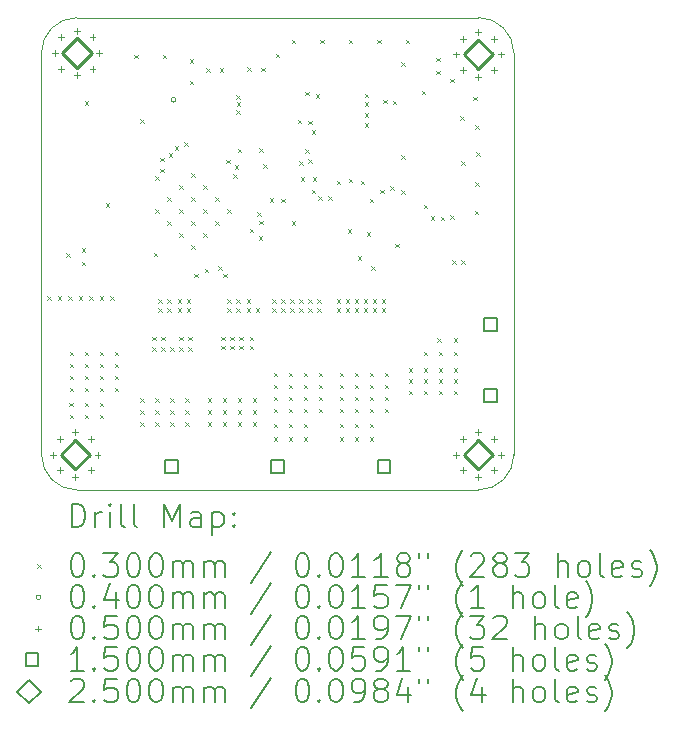
<source format=gbr>
%TF.GenerationSoftware,KiCad,Pcbnew,7.0.6*%
%TF.CreationDate,2023-10-03T21:22:45+08:00*%
%TF.ProjectId,CawDrive,43617744-7269-4766-952e-6b696361645f,rev?*%
%TF.SameCoordinates,Original*%
%TF.FileFunction,Drillmap*%
%TF.FilePolarity,Positive*%
%FSLAX45Y45*%
G04 Gerber Fmt 4.5, Leading zero omitted, Abs format (unit mm)*
G04 Created by KiCad (PCBNEW 7.0.6) date 2023-10-03 21:22:45*
%MOMM*%
%LPD*%
G01*
G04 APERTURE LIST*
%ADD10C,0.100000*%
%ADD11C,0.200000*%
%ADD12C,0.030000*%
%ADD13C,0.040000*%
%ADD14C,0.050000*%
%ADD15C,0.150000*%
%ADD16C,0.250000*%
G04 APERTURE END LIST*
D10*
X16000000Y-7300000D02*
G75*
G03*
X15700000Y-7000000I-300000J0D01*
G01*
X12300000Y-7000000D02*
X15700000Y-7000000D01*
X12000000Y-10700000D02*
G75*
G03*
X12300000Y-11000000I300000J0D01*
G01*
X16000000Y-7300000D02*
X16000000Y-10700000D01*
X15700000Y-11000000D02*
G75*
G03*
X16000000Y-10700000I0J300000D01*
G01*
X15700000Y-11000000D02*
X12300000Y-11000000D01*
X12000000Y-10700000D02*
X12000000Y-7300000D01*
X12300000Y-7000000D02*
G75*
G03*
X12000000Y-7300000I0J-300000D01*
G01*
D11*
D12*
X12050000Y-9357600D02*
X12080000Y-9387600D01*
X12080000Y-9357600D02*
X12050000Y-9387600D01*
X12138900Y-9357600D02*
X12168900Y-9387600D01*
X12168900Y-9357600D02*
X12138900Y-9387600D01*
X12211350Y-8993050D02*
X12241350Y-9023050D01*
X12241350Y-8993050D02*
X12211350Y-9023050D01*
X12227800Y-9357600D02*
X12257800Y-9387600D01*
X12257800Y-9357600D02*
X12227800Y-9387600D01*
X12235000Y-10260000D02*
X12265000Y-10290000D01*
X12265000Y-10260000D02*
X12235000Y-10290000D01*
X12240500Y-9827500D02*
X12270500Y-9857500D01*
X12270500Y-9827500D02*
X12240500Y-9857500D01*
X12240500Y-9929100D02*
X12270500Y-9959100D01*
X12270500Y-9929100D02*
X12240500Y-9959100D01*
X12240500Y-10030700D02*
X12270500Y-10060700D01*
X12270500Y-10030700D02*
X12240500Y-10060700D01*
X12240500Y-10132300D02*
X12270500Y-10162300D01*
X12270500Y-10132300D02*
X12240500Y-10162300D01*
X12240500Y-10360900D02*
X12270500Y-10390900D01*
X12270500Y-10360900D02*
X12240500Y-10390900D01*
X12316700Y-9357600D02*
X12346700Y-9387600D01*
X12346700Y-9357600D02*
X12316700Y-9387600D01*
X12342100Y-8951200D02*
X12372100Y-8981200D01*
X12372100Y-8951200D02*
X12342100Y-8981200D01*
X12342100Y-9065500D02*
X12372100Y-9095500D01*
X12372100Y-9065500D02*
X12342100Y-9095500D01*
X12367500Y-7706600D02*
X12397500Y-7736600D01*
X12397500Y-7706600D02*
X12367500Y-7736600D01*
X12367500Y-9827500D02*
X12397500Y-9857500D01*
X12397500Y-9827500D02*
X12367500Y-9857500D01*
X12367500Y-9929100D02*
X12397500Y-9959100D01*
X12397500Y-9929100D02*
X12367500Y-9959100D01*
X12367500Y-10030700D02*
X12397500Y-10060700D01*
X12397500Y-10030700D02*
X12367500Y-10060700D01*
X12367500Y-10132300D02*
X12397500Y-10162300D01*
X12397500Y-10132300D02*
X12367500Y-10162300D01*
X12367500Y-10259300D02*
X12397500Y-10289300D01*
X12397500Y-10259300D02*
X12367500Y-10289300D01*
X12367500Y-10360900D02*
X12397500Y-10390900D01*
X12397500Y-10360900D02*
X12367500Y-10390900D01*
X12405600Y-9357600D02*
X12435600Y-9387600D01*
X12435600Y-9357600D02*
X12405600Y-9387600D01*
X12494500Y-9357600D02*
X12524500Y-9387600D01*
X12524500Y-9357600D02*
X12494500Y-9387600D01*
X12494500Y-9827500D02*
X12524500Y-9857500D01*
X12524500Y-9827500D02*
X12494500Y-9857500D01*
X12494500Y-9929100D02*
X12524500Y-9959100D01*
X12524500Y-9929100D02*
X12494500Y-9959100D01*
X12494500Y-10030700D02*
X12524500Y-10060700D01*
X12524500Y-10030700D02*
X12494500Y-10060700D01*
X12494500Y-10132300D02*
X12524500Y-10162300D01*
X12524500Y-10132300D02*
X12494500Y-10162300D01*
X12494500Y-10259300D02*
X12524500Y-10289300D01*
X12524500Y-10259300D02*
X12494500Y-10289300D01*
X12494500Y-10360900D02*
X12524500Y-10390900D01*
X12524500Y-10360900D02*
X12494500Y-10390900D01*
X12542650Y-8570200D02*
X12572650Y-8600200D01*
X12572650Y-8570200D02*
X12542650Y-8600200D01*
X12583400Y-9357600D02*
X12613400Y-9387600D01*
X12613400Y-9357600D02*
X12583400Y-9387600D01*
X12621500Y-9827500D02*
X12651500Y-9857500D01*
X12651500Y-9827500D02*
X12621500Y-9857500D01*
X12621500Y-9929100D02*
X12651500Y-9959100D01*
X12651500Y-9929100D02*
X12621500Y-9959100D01*
X12621500Y-10030700D02*
X12651500Y-10060700D01*
X12651500Y-10030700D02*
X12621500Y-10060700D01*
X12621500Y-10132300D02*
X12651500Y-10162300D01*
X12651500Y-10132300D02*
X12621500Y-10162300D01*
X12786600Y-7312900D02*
X12816600Y-7342900D01*
X12816600Y-7312900D02*
X12786600Y-7342900D01*
X12836000Y-7861000D02*
X12866000Y-7891000D01*
X12866000Y-7861000D02*
X12836000Y-7891000D01*
X12837400Y-10221200D02*
X12867400Y-10251200D01*
X12867400Y-10221200D02*
X12837400Y-10251200D01*
X12837400Y-10322800D02*
X12867400Y-10352800D01*
X12867400Y-10322800D02*
X12837400Y-10352800D01*
X12837400Y-10424400D02*
X12867400Y-10454400D01*
X12867400Y-10424400D02*
X12837400Y-10454400D01*
X12939000Y-9700500D02*
X12969000Y-9730500D01*
X12969000Y-9700500D02*
X12939000Y-9730500D01*
X12939000Y-9789400D02*
X12969000Y-9819400D01*
X12969000Y-9789400D02*
X12939000Y-9819400D01*
X12951700Y-8989300D02*
X12981700Y-9019300D01*
X12981700Y-8989300D02*
X12951700Y-9019300D01*
X12963859Y-8343141D02*
X12993859Y-8373141D01*
X12993859Y-8343141D02*
X12963859Y-8373141D01*
X12964400Y-8621000D02*
X12994400Y-8651000D01*
X12994400Y-8621000D02*
X12964400Y-8651000D01*
X12964400Y-10221200D02*
X12994400Y-10251200D01*
X12994400Y-10221200D02*
X12964400Y-10251200D01*
X12964400Y-10322800D02*
X12994400Y-10352800D01*
X12994400Y-10322800D02*
X12964400Y-10352800D01*
X12964400Y-10424400D02*
X12994400Y-10454400D01*
X12994400Y-10424400D02*
X12964400Y-10454400D01*
X12989800Y-9383000D02*
X13019800Y-9413000D01*
X13019800Y-9383000D02*
X12989800Y-9413000D01*
X12989800Y-9459200D02*
X13019800Y-9489200D01*
X13019800Y-9459200D02*
X12989800Y-9489200D01*
X13004729Y-8186000D02*
X13034729Y-8216000D01*
X13034729Y-8186000D02*
X13004729Y-8216000D01*
X13006116Y-8280948D02*
X13036116Y-8310948D01*
X13036116Y-8280948D02*
X13006116Y-8310948D01*
X13015200Y-9700500D02*
X13045200Y-9730500D01*
X13045200Y-9700500D02*
X13015200Y-9730500D01*
X13015200Y-9789400D02*
X13045200Y-9819400D01*
X13045200Y-9789400D02*
X13015200Y-9819400D01*
X13025000Y-7312900D02*
X13055000Y-7342900D01*
X13055000Y-7312900D02*
X13025000Y-7342900D01*
X13066000Y-8519400D02*
X13096000Y-8549400D01*
X13096000Y-8519400D02*
X13066000Y-8549400D01*
X13066000Y-8722600D02*
X13096000Y-8752600D01*
X13096000Y-8722600D02*
X13066000Y-8752600D01*
X13066000Y-9383000D02*
X13096000Y-9413000D01*
X13096000Y-9383000D02*
X13066000Y-9413000D01*
X13066000Y-9459200D02*
X13096000Y-9489200D01*
X13096000Y-9459200D02*
X13066000Y-9489200D01*
X13076518Y-8147134D02*
X13106518Y-8177134D01*
X13106518Y-8147134D02*
X13076518Y-8177134D01*
X13091400Y-9789400D02*
X13121400Y-9819400D01*
X13121400Y-9789400D02*
X13091400Y-9819400D01*
X13091400Y-10221200D02*
X13121400Y-10251200D01*
X13121400Y-10221200D02*
X13091400Y-10251200D01*
X13091400Y-10322800D02*
X13121400Y-10352800D01*
X13121400Y-10322800D02*
X13091400Y-10352800D01*
X13091400Y-10424400D02*
X13121400Y-10454400D01*
X13121400Y-10424400D02*
X13091400Y-10454400D01*
X13129095Y-8090651D02*
X13159095Y-8120651D01*
X13159095Y-8090651D02*
X13129095Y-8120651D01*
X13154900Y-9383000D02*
X13184900Y-9413000D01*
X13184900Y-9383000D02*
X13154900Y-9413000D01*
X13154900Y-9459200D02*
X13184900Y-9489200D01*
X13184900Y-9459200D02*
X13154900Y-9489200D01*
X13167600Y-8417800D02*
X13197600Y-8447800D01*
X13197600Y-8417800D02*
X13167600Y-8447800D01*
X13167600Y-8621000D02*
X13197600Y-8651000D01*
X13197600Y-8621000D02*
X13167600Y-8651000D01*
X13167600Y-8824200D02*
X13197600Y-8854200D01*
X13197600Y-8824200D02*
X13167600Y-8854200D01*
X13167600Y-9700500D02*
X13197600Y-9730500D01*
X13197600Y-9700500D02*
X13167600Y-9730500D01*
X13167600Y-9789400D02*
X13197600Y-9819400D01*
X13197600Y-9789400D02*
X13167600Y-9819400D01*
X13207465Y-8056465D02*
X13237465Y-8086465D01*
X13237465Y-8056465D02*
X13207465Y-8086465D01*
X13218400Y-10221200D02*
X13248400Y-10251200D01*
X13248400Y-10221200D02*
X13218400Y-10251200D01*
X13218400Y-10322800D02*
X13248400Y-10352800D01*
X13248400Y-10322800D02*
X13218400Y-10352800D01*
X13218400Y-10424400D02*
X13248400Y-10454400D01*
X13248400Y-10424400D02*
X13218400Y-10454400D01*
X13231100Y-9383000D02*
X13261100Y-9413000D01*
X13261100Y-9383000D02*
X13231100Y-9413000D01*
X13231100Y-9459200D02*
X13261100Y-9489200D01*
X13261100Y-9459200D02*
X13231100Y-9489200D01*
X13243800Y-9700500D02*
X13273800Y-9730500D01*
X13273800Y-9700500D02*
X13243800Y-9730500D01*
X13243800Y-9789400D02*
X13273800Y-9819400D01*
X13273800Y-9789400D02*
X13243800Y-9819400D01*
X13256500Y-7351000D02*
X13286500Y-7381000D01*
X13286500Y-7351000D02*
X13256500Y-7381000D01*
X13256500Y-7534100D02*
X13286500Y-7564100D01*
X13286500Y-7534100D02*
X13256500Y-7564100D01*
X13269200Y-8316200D02*
X13299200Y-8346200D01*
X13299200Y-8316200D02*
X13269200Y-8346200D01*
X13269200Y-8519400D02*
X13299200Y-8549400D01*
X13299200Y-8519400D02*
X13269200Y-8549400D01*
X13269200Y-8722600D02*
X13299200Y-8752600D01*
X13299200Y-8722600D02*
X13269200Y-8752600D01*
X13269200Y-8925800D02*
X13299200Y-8955800D01*
X13299200Y-8925800D02*
X13269200Y-8955800D01*
X13294600Y-9167100D02*
X13324600Y-9197100D01*
X13324600Y-9167100D02*
X13294600Y-9197100D01*
X13370800Y-8417800D02*
X13400800Y-8447800D01*
X13400800Y-8417800D02*
X13370800Y-8447800D01*
X13370800Y-8621000D02*
X13400800Y-8651000D01*
X13400800Y-8621000D02*
X13370800Y-8651000D01*
X13370800Y-8824200D02*
X13400800Y-8854200D01*
X13400800Y-8824200D02*
X13370800Y-8854200D01*
X13381809Y-9126609D02*
X13411809Y-9156609D01*
X13411809Y-9126609D02*
X13381809Y-9156609D01*
X13396200Y-7427200D02*
X13426200Y-7457200D01*
X13426200Y-7427200D02*
X13396200Y-7457200D01*
X13408900Y-10221200D02*
X13438900Y-10251200D01*
X13438900Y-10221200D02*
X13408900Y-10251200D01*
X13408900Y-10322800D02*
X13438900Y-10352800D01*
X13438900Y-10322800D02*
X13408900Y-10352800D01*
X13408900Y-10424400D02*
X13438900Y-10454400D01*
X13438900Y-10424400D02*
X13408900Y-10454400D01*
X13472400Y-8519400D02*
X13502400Y-8549400D01*
X13502400Y-8519400D02*
X13472400Y-8549400D01*
X13472400Y-8722600D02*
X13502400Y-8752600D01*
X13502400Y-8722600D02*
X13472400Y-8752600D01*
X13497800Y-9103600D02*
X13527800Y-9133600D01*
X13527800Y-9103600D02*
X13497800Y-9133600D01*
X13510000Y-7427200D02*
X13540000Y-7457200D01*
X13540000Y-7427200D02*
X13510000Y-7457200D01*
X13523200Y-9700500D02*
X13553200Y-9730500D01*
X13553200Y-9700500D02*
X13523200Y-9730500D01*
X13523200Y-9776700D02*
X13553200Y-9806700D01*
X13553200Y-9776700D02*
X13523200Y-9806700D01*
X13535900Y-10221200D02*
X13565900Y-10251200D01*
X13565900Y-10221200D02*
X13535900Y-10251200D01*
X13535900Y-10322800D02*
X13565900Y-10352800D01*
X13565900Y-10322800D02*
X13535900Y-10352800D01*
X13535900Y-10424400D02*
X13565900Y-10454400D01*
X13565900Y-10424400D02*
X13535900Y-10454400D01*
X13538265Y-9169465D02*
X13568265Y-9199465D01*
X13568265Y-9169465D02*
X13538265Y-9199465D01*
X13566203Y-8204203D02*
X13596203Y-8234203D01*
X13596203Y-8204203D02*
X13566203Y-8234203D01*
X13574000Y-8621000D02*
X13604000Y-8651000D01*
X13604000Y-8621000D02*
X13574000Y-8651000D01*
X13574000Y-9383000D02*
X13604000Y-9413000D01*
X13604000Y-9383000D02*
X13574000Y-9413000D01*
X13574000Y-9459200D02*
X13604000Y-9489200D01*
X13604000Y-9459200D02*
X13574000Y-9489200D01*
X13599400Y-9700500D02*
X13629400Y-9730500D01*
X13629400Y-9700500D02*
X13599400Y-9730500D01*
X13599400Y-9776700D02*
X13629400Y-9806700D01*
X13629400Y-9776700D02*
X13599400Y-9806700D01*
X13621989Y-8325494D02*
X13651989Y-8355494D01*
X13651989Y-8325494D02*
X13621989Y-8355494D01*
X13636847Y-8249119D02*
X13666847Y-8279119D01*
X13666847Y-8249119D02*
X13636847Y-8279119D01*
X13650200Y-7655800D02*
X13680200Y-7685800D01*
X13680200Y-7655800D02*
X13650200Y-7685800D01*
X13650200Y-7782800D02*
X13680200Y-7812800D01*
X13680200Y-7782800D02*
X13650200Y-7812800D01*
X13650200Y-9383000D02*
X13680200Y-9413000D01*
X13680200Y-9383000D02*
X13650200Y-9413000D01*
X13650200Y-9459200D02*
X13680200Y-9489200D01*
X13680200Y-9459200D02*
X13650200Y-9489200D01*
X13651716Y-7718922D02*
X13681716Y-7748922D01*
X13681716Y-7718922D02*
X13651716Y-7748922D01*
X13662900Y-10221200D02*
X13692900Y-10251200D01*
X13692900Y-10221200D02*
X13662900Y-10251200D01*
X13662900Y-10322800D02*
X13692900Y-10352800D01*
X13692900Y-10322800D02*
X13662900Y-10352800D01*
X13662900Y-10424400D02*
X13692900Y-10454400D01*
X13692900Y-10424400D02*
X13662900Y-10454400D01*
X13663000Y-8110000D02*
X13693000Y-8140000D01*
X13693000Y-8110000D02*
X13663000Y-8140000D01*
X13675600Y-9700500D02*
X13705600Y-9730500D01*
X13705600Y-9700500D02*
X13675600Y-9730500D01*
X13675600Y-9776700D02*
X13705600Y-9806700D01*
X13705600Y-9776700D02*
X13675600Y-9806700D01*
X13739100Y-9383000D02*
X13769100Y-9413000D01*
X13769100Y-9383000D02*
X13739100Y-9413000D01*
X13739100Y-9459200D02*
X13769100Y-9489200D01*
X13769100Y-9459200D02*
X13739100Y-9489200D01*
X13742850Y-7421659D02*
X13772850Y-7451659D01*
X13772850Y-7421659D02*
X13742850Y-7451659D01*
X13764500Y-8786100D02*
X13794500Y-8816100D01*
X13794500Y-8786100D02*
X13764500Y-8816100D01*
X13764500Y-9700500D02*
X13794500Y-9730500D01*
X13794500Y-9700500D02*
X13764500Y-9730500D01*
X13764500Y-9776700D02*
X13794500Y-9806700D01*
X13794500Y-9776700D02*
X13764500Y-9806700D01*
X13789900Y-10221200D02*
X13819900Y-10251200D01*
X13819900Y-10221200D02*
X13789900Y-10251200D01*
X13789900Y-10322800D02*
X13819900Y-10352800D01*
X13819900Y-10322800D02*
X13789900Y-10352800D01*
X13789900Y-10424400D02*
X13819900Y-10454400D01*
X13819900Y-10424400D02*
X13789900Y-10454400D01*
X13815300Y-9459200D02*
X13845300Y-9489200D01*
X13845300Y-9459200D02*
X13815300Y-9489200D01*
X13828000Y-8648191D02*
X13858000Y-8678191D01*
X13858000Y-8648191D02*
X13828000Y-8678191D01*
X13840700Y-8849600D02*
X13870700Y-8879600D01*
X13870700Y-8849600D02*
X13840700Y-8879600D01*
X13843157Y-8721838D02*
X13873157Y-8751838D01*
X13873157Y-8721838D02*
X13843157Y-8751838D01*
X13844588Y-8104188D02*
X13874588Y-8134188D01*
X13874588Y-8104188D02*
X13844588Y-8134188D01*
X13862350Y-7423450D02*
X13892350Y-7453450D01*
X13892350Y-7423450D02*
X13862350Y-7453450D01*
X13878800Y-8240000D02*
X13908800Y-8270000D01*
X13908800Y-8240000D02*
X13878800Y-8270000D01*
X13933000Y-8530000D02*
X13963000Y-8560000D01*
X13963000Y-8530000D02*
X13933000Y-8560000D01*
X13955000Y-9383000D02*
X13985000Y-9413000D01*
X13985000Y-9383000D02*
X13955000Y-9413000D01*
X13955000Y-9459200D02*
X13985000Y-9489200D01*
X13985000Y-9459200D02*
X13955000Y-9489200D01*
X13967700Y-10005300D02*
X13997700Y-10035300D01*
X13997700Y-10005300D02*
X13967700Y-10035300D01*
X13967700Y-10106900D02*
X13997700Y-10136900D01*
X13997700Y-10106900D02*
X13967700Y-10136900D01*
X13967700Y-10208500D02*
X13997700Y-10238500D01*
X13997700Y-10208500D02*
X13967700Y-10238500D01*
X13967700Y-10310100D02*
X13997700Y-10340100D01*
X13997700Y-10310100D02*
X13967700Y-10340100D01*
X13967700Y-10437100D02*
X13997700Y-10467100D01*
X13997700Y-10437100D02*
X13967700Y-10467100D01*
X13967700Y-10551400D02*
X13997700Y-10581400D01*
X13997700Y-10551400D02*
X13967700Y-10581400D01*
X13985000Y-7304800D02*
X14015000Y-7334800D01*
X14015000Y-7304800D02*
X13985000Y-7334800D01*
X14031200Y-8532100D02*
X14061200Y-8562100D01*
X14061200Y-8532100D02*
X14031200Y-8562100D01*
X14031200Y-9383000D02*
X14061200Y-9413000D01*
X14061200Y-9383000D02*
X14031200Y-9413000D01*
X14031200Y-9459200D02*
X14061200Y-9489200D01*
X14061200Y-9459200D02*
X14031200Y-9489200D01*
X14094700Y-10005300D02*
X14124700Y-10035300D01*
X14124700Y-10005300D02*
X14094700Y-10035300D01*
X14094700Y-10106900D02*
X14124700Y-10136900D01*
X14124700Y-10106900D02*
X14094700Y-10136900D01*
X14094700Y-10208500D02*
X14124700Y-10238500D01*
X14124700Y-10208500D02*
X14094700Y-10238500D01*
X14094700Y-10310100D02*
X14124700Y-10340100D01*
X14124700Y-10310100D02*
X14094700Y-10340100D01*
X14094700Y-10437100D02*
X14124700Y-10467100D01*
X14124700Y-10437100D02*
X14094700Y-10467100D01*
X14094700Y-10551400D02*
X14124700Y-10581400D01*
X14124700Y-10551400D02*
X14094700Y-10581400D01*
X14107400Y-9383000D02*
X14137400Y-9413000D01*
X14137400Y-9383000D02*
X14107400Y-9413000D01*
X14107400Y-9459200D02*
X14137400Y-9489200D01*
X14137400Y-9459200D02*
X14107400Y-9489200D01*
X14120100Y-7185900D02*
X14150100Y-7215900D01*
X14150100Y-7185900D02*
X14120100Y-7215900D01*
X14120100Y-8722600D02*
X14150100Y-8752600D01*
X14150100Y-8722600D02*
X14120100Y-8752600D01*
X14170900Y-7863191D02*
X14200900Y-7893191D01*
X14200900Y-7863191D02*
X14170900Y-7893191D01*
X14183600Y-8214600D02*
X14213600Y-8244600D01*
X14213600Y-8214600D02*
X14183600Y-8244600D01*
X14183600Y-9383000D02*
X14213600Y-9413000D01*
X14213600Y-9383000D02*
X14183600Y-9413000D01*
X14183600Y-9459200D02*
X14213600Y-9489200D01*
X14213600Y-9459200D02*
X14183600Y-9489200D01*
X14196477Y-8350944D02*
X14226477Y-8380944D01*
X14226477Y-8350944D02*
X14196477Y-8380944D01*
X14221700Y-10005300D02*
X14251700Y-10035300D01*
X14251700Y-10005300D02*
X14221700Y-10035300D01*
X14221700Y-10106900D02*
X14251700Y-10136900D01*
X14251700Y-10106900D02*
X14221700Y-10136900D01*
X14221700Y-10208500D02*
X14251700Y-10238500D01*
X14251700Y-10208500D02*
X14221700Y-10238500D01*
X14221700Y-10310100D02*
X14251700Y-10340100D01*
X14251700Y-10310100D02*
X14221700Y-10340100D01*
X14221700Y-10437100D02*
X14251700Y-10467100D01*
X14251700Y-10437100D02*
X14221700Y-10467100D01*
X14221700Y-10551400D02*
X14251700Y-10581400D01*
X14251700Y-10551400D02*
X14221700Y-10581400D01*
X14232994Y-7627675D02*
X14262994Y-7657675D01*
X14262994Y-7627675D02*
X14232994Y-7657675D01*
X14234400Y-8113000D02*
X14264400Y-8143000D01*
X14264400Y-8113000D02*
X14234400Y-8143000D01*
X14257330Y-8199854D02*
X14287330Y-8229854D01*
X14287330Y-8199854D02*
X14257330Y-8229854D01*
X14259800Y-9383000D02*
X14289800Y-9413000D01*
X14289800Y-9383000D02*
X14259800Y-9413000D01*
X14259800Y-9459200D02*
X14289800Y-9489200D01*
X14289800Y-9459200D02*
X14259800Y-9489200D01*
X14260271Y-7872239D02*
X14290271Y-7902239D01*
X14290271Y-7872239D02*
X14260271Y-7902239D01*
X14288191Y-8457376D02*
X14318191Y-8487376D01*
X14318191Y-8457376D02*
X14288191Y-8487376D01*
X14290026Y-7955774D02*
X14320026Y-7985774D01*
X14320026Y-7955774D02*
X14290026Y-7985774D01*
X14297900Y-8350944D02*
X14327900Y-8380944D01*
X14327900Y-8350944D02*
X14297900Y-8380944D01*
X14321000Y-7651000D02*
X14351000Y-7681000D01*
X14351000Y-7651000D02*
X14321000Y-7681000D01*
X14336000Y-9383000D02*
X14366000Y-9413000D01*
X14366000Y-9383000D02*
X14336000Y-9413000D01*
X14336000Y-9459200D02*
X14366000Y-9489200D01*
X14366000Y-9459200D02*
X14336000Y-9489200D01*
X14342000Y-8510567D02*
X14372000Y-8540567D01*
X14372000Y-8510567D02*
X14342000Y-8540567D01*
X14348700Y-10005300D02*
X14378700Y-10035300D01*
X14378700Y-10005300D02*
X14348700Y-10035300D01*
X14348700Y-10106900D02*
X14378700Y-10136900D01*
X14378700Y-10106900D02*
X14348700Y-10136900D01*
X14348700Y-10208500D02*
X14378700Y-10238500D01*
X14378700Y-10208500D02*
X14348700Y-10238500D01*
X14348700Y-10310100D02*
X14378700Y-10340100D01*
X14378700Y-10310100D02*
X14348700Y-10340100D01*
X14361400Y-7185900D02*
X14391400Y-7215900D01*
X14391400Y-7185900D02*
X14361400Y-7215900D01*
X14427000Y-8510567D02*
X14457000Y-8540567D01*
X14457000Y-8510567D02*
X14427000Y-8540567D01*
X14501100Y-8379700D02*
X14531100Y-8409700D01*
X14531100Y-8379700D02*
X14501100Y-8409700D01*
X14501100Y-9383000D02*
X14531100Y-9413000D01*
X14531100Y-9383000D02*
X14501100Y-9413000D01*
X14501100Y-9459200D02*
X14531100Y-9489200D01*
X14531100Y-9459200D02*
X14501100Y-9489200D01*
X14526500Y-10005300D02*
X14556500Y-10035300D01*
X14556500Y-10005300D02*
X14526500Y-10035300D01*
X14526500Y-10106900D02*
X14556500Y-10136900D01*
X14556500Y-10106900D02*
X14526500Y-10136900D01*
X14526500Y-10208500D02*
X14556500Y-10238500D01*
X14556500Y-10208500D02*
X14526500Y-10238500D01*
X14526500Y-10310100D02*
X14556500Y-10340100D01*
X14556500Y-10310100D02*
X14526500Y-10340100D01*
X14526500Y-10437100D02*
X14556500Y-10467100D01*
X14556500Y-10437100D02*
X14526500Y-10467100D01*
X14526500Y-10551400D02*
X14556500Y-10581400D01*
X14556500Y-10551400D02*
X14526500Y-10581400D01*
X14577300Y-9383000D02*
X14607300Y-9413000D01*
X14607300Y-9383000D02*
X14577300Y-9413000D01*
X14577300Y-9459200D02*
X14607300Y-9489200D01*
X14607300Y-9459200D02*
X14577300Y-9489200D01*
X14592951Y-8791000D02*
X14622951Y-8821000D01*
X14622951Y-8791000D02*
X14592951Y-8821000D01*
X14601829Y-8365478D02*
X14631829Y-8395478D01*
X14631829Y-8365478D02*
X14601829Y-8395478D01*
X14602700Y-7185900D02*
X14632700Y-7215900D01*
X14632700Y-7185900D02*
X14602700Y-7215900D01*
X14653500Y-9383000D02*
X14683500Y-9413000D01*
X14683500Y-9383000D02*
X14653500Y-9413000D01*
X14653500Y-9459200D02*
X14683500Y-9489200D01*
X14683500Y-9459200D02*
X14653500Y-9489200D01*
X14653500Y-10005300D02*
X14683500Y-10035300D01*
X14683500Y-10005300D02*
X14653500Y-10035300D01*
X14653500Y-10106900D02*
X14683500Y-10136900D01*
X14683500Y-10106900D02*
X14653500Y-10136900D01*
X14653500Y-10208500D02*
X14683500Y-10238500D01*
X14683500Y-10208500D02*
X14653500Y-10238500D01*
X14653500Y-10310100D02*
X14683500Y-10340100D01*
X14683500Y-10310100D02*
X14653500Y-10340100D01*
X14653500Y-10437100D02*
X14683500Y-10467100D01*
X14683500Y-10437100D02*
X14653500Y-10467100D01*
X14653500Y-10551400D02*
X14683500Y-10581400D01*
X14683500Y-10551400D02*
X14653500Y-10581400D01*
X14678900Y-9020650D02*
X14708900Y-9050650D01*
X14708900Y-9020650D02*
X14678900Y-9050650D01*
X14704300Y-8379700D02*
X14734300Y-8409700D01*
X14734300Y-8379700D02*
X14704300Y-8409700D01*
X14729700Y-9383000D02*
X14759700Y-9413000D01*
X14759700Y-9383000D02*
X14729700Y-9413000D01*
X14729700Y-9459200D02*
X14759700Y-9489200D01*
X14759700Y-9459200D02*
X14729700Y-9489200D01*
X14736000Y-7811000D02*
X14766000Y-7841000D01*
X14766000Y-7811000D02*
X14736000Y-7841000D01*
X14738191Y-7643000D02*
X14768191Y-7673000D01*
X14768191Y-7643000D02*
X14738191Y-7673000D01*
X14738564Y-7718189D02*
X14768564Y-7748189D01*
X14768564Y-7718189D02*
X14738564Y-7748189D01*
X14739000Y-7896000D02*
X14769000Y-7926000D01*
X14769000Y-7896000D02*
X14739000Y-7926000D01*
X14755100Y-8817554D02*
X14785100Y-8847554D01*
X14785100Y-8817554D02*
X14755100Y-8847554D01*
X14780500Y-8532100D02*
X14810500Y-8562100D01*
X14810500Y-8532100D02*
X14780500Y-8562100D01*
X14780500Y-10005300D02*
X14810500Y-10035300D01*
X14810500Y-10005300D02*
X14780500Y-10035300D01*
X14780500Y-10106900D02*
X14810500Y-10136900D01*
X14810500Y-10106900D02*
X14780500Y-10136900D01*
X14780500Y-10208500D02*
X14810500Y-10238500D01*
X14810500Y-10208500D02*
X14780500Y-10238500D01*
X14780500Y-10310100D02*
X14810500Y-10340100D01*
X14810500Y-10310100D02*
X14780500Y-10340100D01*
X14780500Y-10437100D02*
X14810500Y-10467100D01*
X14810500Y-10437100D02*
X14780500Y-10467100D01*
X14780500Y-10551400D02*
X14810500Y-10581400D01*
X14810500Y-10551400D02*
X14780500Y-10581400D01*
X14793200Y-9103600D02*
X14823200Y-9133600D01*
X14823200Y-9103600D02*
X14793200Y-9133600D01*
X14805900Y-9383000D02*
X14835900Y-9413000D01*
X14835900Y-9383000D02*
X14805900Y-9413000D01*
X14805900Y-9459200D02*
X14835900Y-9489200D01*
X14835900Y-9459200D02*
X14805900Y-9489200D01*
X14844000Y-7185900D02*
X14874000Y-7215900D01*
X14874000Y-7185900D02*
X14844000Y-7215900D01*
X14868190Y-8455810D02*
X14898190Y-8485810D01*
X14898190Y-8455810D02*
X14868190Y-8485810D01*
X14882100Y-9383000D02*
X14912100Y-9413000D01*
X14912100Y-9383000D02*
X14882100Y-9413000D01*
X14882100Y-9459200D02*
X14912100Y-9489200D01*
X14912100Y-9459200D02*
X14882100Y-9489200D01*
X14895970Y-7697174D02*
X14925970Y-7727174D01*
X14925970Y-7697174D02*
X14895970Y-7727174D01*
X14907500Y-10005300D02*
X14937500Y-10035300D01*
X14937500Y-10005300D02*
X14907500Y-10035300D01*
X14907500Y-10106900D02*
X14937500Y-10136900D01*
X14937500Y-10106900D02*
X14907500Y-10136900D01*
X14907500Y-10208500D02*
X14937500Y-10238500D01*
X14937500Y-10208500D02*
X14907500Y-10238500D01*
X14907500Y-10310100D02*
X14937500Y-10340100D01*
X14937500Y-10310100D02*
X14907500Y-10340100D01*
X14955000Y-8428000D02*
X14985000Y-8458000D01*
X14985000Y-8428000D02*
X14955000Y-8458000D01*
X14976000Y-7703000D02*
X15006000Y-7733000D01*
X15006000Y-7703000D02*
X14976000Y-7733000D01*
X14996400Y-8913100D02*
X15026400Y-8943100D01*
X15026400Y-8913100D02*
X14996400Y-8943100D01*
X15046000Y-7380000D02*
X15076000Y-7410000D01*
X15076000Y-7380000D02*
X15046000Y-7410000D01*
X15047000Y-8461000D02*
X15077000Y-8491000D01*
X15077000Y-8461000D02*
X15047000Y-8491000D01*
X15047200Y-8163800D02*
X15077200Y-8193800D01*
X15077200Y-8163800D02*
X15047200Y-8193800D01*
X15085300Y-7185900D02*
X15115300Y-7215900D01*
X15115300Y-7185900D02*
X15085300Y-7215900D01*
X15110700Y-9967200D02*
X15140700Y-9997200D01*
X15140700Y-9967200D02*
X15110700Y-9997200D01*
X15110700Y-10060000D02*
X15140700Y-10090000D01*
X15140700Y-10060000D02*
X15110700Y-10090000D01*
X15110700Y-10157700D02*
X15140700Y-10187700D01*
X15140700Y-10157700D02*
X15110700Y-10187700D01*
X15220000Y-7619000D02*
X15250000Y-7649000D01*
X15250000Y-7619000D02*
X15220000Y-7649000D01*
X15237700Y-8582900D02*
X15267700Y-8612900D01*
X15267700Y-8582900D02*
X15237700Y-8612900D01*
X15237700Y-9827500D02*
X15267700Y-9857500D01*
X15267700Y-9827500D02*
X15237700Y-9857500D01*
X15237700Y-9967200D02*
X15267700Y-9997200D01*
X15267700Y-9967200D02*
X15237700Y-9997200D01*
X15237700Y-10060000D02*
X15267700Y-10090000D01*
X15267700Y-10060000D02*
X15237700Y-10090000D01*
X15237700Y-10157700D02*
X15267700Y-10187700D01*
X15267700Y-10157700D02*
X15237700Y-10187700D01*
X15296000Y-8684000D02*
X15326000Y-8714000D01*
X15326000Y-8684000D02*
X15296000Y-8714000D01*
X15341000Y-7342000D02*
X15371000Y-7372000D01*
X15371000Y-7342000D02*
X15341000Y-7372000D01*
X15341000Y-7452000D02*
X15371000Y-7482000D01*
X15371000Y-7452000D02*
X15341000Y-7482000D01*
X15352000Y-9713200D02*
X15382000Y-9743200D01*
X15382000Y-9713200D02*
X15352000Y-9743200D01*
X15364700Y-9827500D02*
X15394700Y-9857500D01*
X15394700Y-9827500D02*
X15364700Y-9857500D01*
X15364700Y-9967200D02*
X15394700Y-9997200D01*
X15394700Y-9967200D02*
X15364700Y-9997200D01*
X15364700Y-10060000D02*
X15394700Y-10090000D01*
X15394700Y-10060000D02*
X15364700Y-10090000D01*
X15364700Y-10157700D02*
X15394700Y-10187700D01*
X15394700Y-10157700D02*
X15364700Y-10187700D01*
X15379000Y-8686000D02*
X15409000Y-8716000D01*
X15409000Y-8686000D02*
X15379000Y-8716000D01*
X15460000Y-7519000D02*
X15490000Y-7549000D01*
X15490000Y-7519000D02*
X15460000Y-7549000D01*
X15462550Y-8671800D02*
X15492550Y-8701800D01*
X15492550Y-8671800D02*
X15462550Y-8701800D01*
X15479000Y-9052800D02*
X15509000Y-9082800D01*
X15509000Y-9052800D02*
X15479000Y-9082800D01*
X15491700Y-9713200D02*
X15521700Y-9743200D01*
X15521700Y-9713200D02*
X15491700Y-9743200D01*
X15491700Y-9827500D02*
X15521700Y-9857500D01*
X15521700Y-9827500D02*
X15491700Y-9857500D01*
X15491700Y-9967200D02*
X15521700Y-9997200D01*
X15521700Y-9967200D02*
X15491700Y-9997200D01*
X15491700Y-10060000D02*
X15521700Y-10090000D01*
X15521700Y-10060000D02*
X15491700Y-10090000D01*
X15491700Y-10157700D02*
X15521700Y-10187700D01*
X15521700Y-10157700D02*
X15491700Y-10187700D01*
X15546000Y-7833600D02*
X15576000Y-7863600D01*
X15576000Y-7833600D02*
X15546000Y-7863600D01*
X15555200Y-8214600D02*
X15585200Y-8244600D01*
X15585200Y-8214600D02*
X15555200Y-8244600D01*
X15555200Y-9052800D02*
X15585200Y-9082800D01*
X15585200Y-9052800D02*
X15555200Y-9082800D01*
X15658000Y-7672000D02*
X15688000Y-7702000D01*
X15688000Y-7672000D02*
X15658000Y-7702000D01*
X15669500Y-8633700D02*
X15699500Y-8663700D01*
X15699500Y-8633700D02*
X15669500Y-8663700D01*
X15672000Y-8392400D02*
X15702000Y-8422400D01*
X15702000Y-8392400D02*
X15672000Y-8422400D01*
X15672400Y-7912400D02*
X15702400Y-7942400D01*
X15702400Y-7912400D02*
X15672400Y-7942400D01*
X15682200Y-8138400D02*
X15712200Y-8168400D01*
X15712200Y-8138400D02*
X15682200Y-8168400D01*
D13*
X13139100Y-7696200D02*
G75*
G03*
X13139100Y-7696200I-20000J0D01*
G01*
D14*
X12100000Y-10675000D02*
X12100000Y-10725000D01*
X12075000Y-10700000D02*
X12125000Y-10700000D01*
X12112500Y-7275000D02*
X12112500Y-7325000D01*
X12087500Y-7300000D02*
X12137500Y-7300000D01*
X12154917Y-10542418D02*
X12154917Y-10592418D01*
X12129917Y-10567418D02*
X12179917Y-10567418D01*
X12154917Y-10807583D02*
X12154917Y-10857583D01*
X12129917Y-10832583D02*
X12179917Y-10832583D01*
X12167417Y-7142417D02*
X12167417Y-7192417D01*
X12142417Y-7167417D02*
X12192417Y-7167417D01*
X12167417Y-7407582D02*
X12167417Y-7457582D01*
X12142417Y-7432582D02*
X12192417Y-7432582D01*
X12287500Y-10487500D02*
X12287500Y-10537500D01*
X12262500Y-10512500D02*
X12312500Y-10512500D01*
X12287500Y-10862500D02*
X12287500Y-10912500D01*
X12262500Y-10887500D02*
X12312500Y-10887500D01*
X12300000Y-7087500D02*
X12300000Y-7137500D01*
X12275000Y-7112500D02*
X12325000Y-7112500D01*
X12300000Y-7462500D02*
X12300000Y-7512500D01*
X12275000Y-7487500D02*
X12325000Y-7487500D01*
X12420082Y-10542418D02*
X12420082Y-10592418D01*
X12395082Y-10567418D02*
X12445082Y-10567418D01*
X12420082Y-10807583D02*
X12420082Y-10857583D01*
X12395082Y-10832583D02*
X12445082Y-10832583D01*
X12432582Y-7142417D02*
X12432582Y-7192417D01*
X12407582Y-7167417D02*
X12457582Y-7167417D01*
X12432582Y-7407582D02*
X12432582Y-7457582D01*
X12407582Y-7432582D02*
X12457582Y-7432582D01*
X12475000Y-10675000D02*
X12475000Y-10725000D01*
X12450000Y-10700000D02*
X12500000Y-10700000D01*
X12487500Y-7275000D02*
X12487500Y-7325000D01*
X12462500Y-7300000D02*
X12512500Y-7300000D01*
X15512500Y-7287500D02*
X15512500Y-7337500D01*
X15487500Y-7312500D02*
X15537500Y-7312500D01*
X15512500Y-10675000D02*
X15512500Y-10725000D01*
X15487500Y-10700000D02*
X15537500Y-10700000D01*
X15567417Y-7154917D02*
X15567417Y-7204917D01*
X15542417Y-7179917D02*
X15592417Y-7179917D01*
X15567417Y-7420082D02*
X15567417Y-7470082D01*
X15542417Y-7445082D02*
X15592417Y-7445082D01*
X15567417Y-10542418D02*
X15567417Y-10592418D01*
X15542417Y-10567418D02*
X15592417Y-10567418D01*
X15567417Y-10807583D02*
X15567417Y-10857583D01*
X15542417Y-10832583D02*
X15592417Y-10832583D01*
X15700000Y-7100000D02*
X15700000Y-7150000D01*
X15675000Y-7125000D02*
X15725000Y-7125000D01*
X15700000Y-7475000D02*
X15700000Y-7525000D01*
X15675000Y-7500000D02*
X15725000Y-7500000D01*
X15700000Y-10487500D02*
X15700000Y-10537500D01*
X15675000Y-10512500D02*
X15725000Y-10512500D01*
X15700000Y-10862500D02*
X15700000Y-10912500D01*
X15675000Y-10887500D02*
X15725000Y-10887500D01*
X15832582Y-7154917D02*
X15832582Y-7204917D01*
X15807582Y-7179917D02*
X15857582Y-7179917D01*
X15832582Y-7420082D02*
X15832582Y-7470082D01*
X15807582Y-7445082D02*
X15857582Y-7445082D01*
X15832582Y-10542418D02*
X15832582Y-10592418D01*
X15807582Y-10567418D02*
X15857582Y-10567418D01*
X15832582Y-10807583D02*
X15832582Y-10857583D01*
X15807582Y-10832583D02*
X15857582Y-10832583D01*
X15887500Y-7287500D02*
X15887500Y-7337500D01*
X15862500Y-7312500D02*
X15912500Y-7312500D01*
X15887500Y-10675000D02*
X15887500Y-10725000D01*
X15862500Y-10700000D02*
X15912500Y-10700000D01*
D15*
X13153033Y-10853034D02*
X13153033Y-10746967D01*
X13046966Y-10746967D01*
X13046966Y-10853034D01*
X13153033Y-10853034D01*
X14053033Y-10853034D02*
X14053033Y-10746967D01*
X13946966Y-10746967D01*
X13946966Y-10853034D01*
X14053033Y-10853034D01*
X14953033Y-10853034D02*
X14953033Y-10746967D01*
X14846966Y-10746967D01*
X14846966Y-10853034D01*
X14953033Y-10853034D01*
X15853033Y-9653034D02*
X15853033Y-9546967D01*
X15746966Y-9546967D01*
X15746966Y-9653034D01*
X15853033Y-9653034D01*
X15853033Y-10253034D02*
X15853033Y-10146967D01*
X15746966Y-10146967D01*
X15746966Y-10253034D01*
X15853033Y-10253034D01*
D16*
X12287500Y-10825000D02*
X12412500Y-10700000D01*
X12287500Y-10575000D01*
X12162500Y-10700000D01*
X12287500Y-10825000D01*
X12300000Y-7425000D02*
X12425000Y-7300000D01*
X12300000Y-7175000D01*
X12175000Y-7300000D01*
X12300000Y-7425000D01*
X15700000Y-7437500D02*
X15825000Y-7312500D01*
X15700000Y-7187500D01*
X15575000Y-7312500D01*
X15700000Y-7437500D01*
X15700000Y-10825000D02*
X15825000Y-10700000D01*
X15700000Y-10575000D01*
X15575000Y-10700000D01*
X15700000Y-10825000D01*
D11*
X12255777Y-11316484D02*
X12255777Y-11116484D01*
X12255777Y-11116484D02*
X12303396Y-11116484D01*
X12303396Y-11116484D02*
X12331967Y-11126008D01*
X12331967Y-11126008D02*
X12351015Y-11145055D01*
X12351015Y-11145055D02*
X12360539Y-11164103D01*
X12360539Y-11164103D02*
X12370062Y-11202198D01*
X12370062Y-11202198D02*
X12370062Y-11230769D01*
X12370062Y-11230769D02*
X12360539Y-11268865D01*
X12360539Y-11268865D02*
X12351015Y-11287912D01*
X12351015Y-11287912D02*
X12331967Y-11306960D01*
X12331967Y-11306960D02*
X12303396Y-11316484D01*
X12303396Y-11316484D02*
X12255777Y-11316484D01*
X12455777Y-11316484D02*
X12455777Y-11183150D01*
X12455777Y-11221246D02*
X12465301Y-11202198D01*
X12465301Y-11202198D02*
X12474824Y-11192674D01*
X12474824Y-11192674D02*
X12493872Y-11183150D01*
X12493872Y-11183150D02*
X12512920Y-11183150D01*
X12579586Y-11316484D02*
X12579586Y-11183150D01*
X12579586Y-11116484D02*
X12570062Y-11126008D01*
X12570062Y-11126008D02*
X12579586Y-11135531D01*
X12579586Y-11135531D02*
X12589110Y-11126008D01*
X12589110Y-11126008D02*
X12579586Y-11116484D01*
X12579586Y-11116484D02*
X12579586Y-11135531D01*
X12703396Y-11316484D02*
X12684348Y-11306960D01*
X12684348Y-11306960D02*
X12674824Y-11287912D01*
X12674824Y-11287912D02*
X12674824Y-11116484D01*
X12808158Y-11316484D02*
X12789110Y-11306960D01*
X12789110Y-11306960D02*
X12779586Y-11287912D01*
X12779586Y-11287912D02*
X12779586Y-11116484D01*
X13036729Y-11316484D02*
X13036729Y-11116484D01*
X13036729Y-11116484D02*
X13103396Y-11259341D01*
X13103396Y-11259341D02*
X13170062Y-11116484D01*
X13170062Y-11116484D02*
X13170062Y-11316484D01*
X13351015Y-11316484D02*
X13351015Y-11211722D01*
X13351015Y-11211722D02*
X13341491Y-11192674D01*
X13341491Y-11192674D02*
X13322443Y-11183150D01*
X13322443Y-11183150D02*
X13284348Y-11183150D01*
X13284348Y-11183150D02*
X13265301Y-11192674D01*
X13351015Y-11306960D02*
X13331967Y-11316484D01*
X13331967Y-11316484D02*
X13284348Y-11316484D01*
X13284348Y-11316484D02*
X13265301Y-11306960D01*
X13265301Y-11306960D02*
X13255777Y-11287912D01*
X13255777Y-11287912D02*
X13255777Y-11268865D01*
X13255777Y-11268865D02*
X13265301Y-11249817D01*
X13265301Y-11249817D02*
X13284348Y-11240293D01*
X13284348Y-11240293D02*
X13331967Y-11240293D01*
X13331967Y-11240293D02*
X13351015Y-11230769D01*
X13446253Y-11183150D02*
X13446253Y-11383150D01*
X13446253Y-11192674D02*
X13465301Y-11183150D01*
X13465301Y-11183150D02*
X13503396Y-11183150D01*
X13503396Y-11183150D02*
X13522443Y-11192674D01*
X13522443Y-11192674D02*
X13531967Y-11202198D01*
X13531967Y-11202198D02*
X13541491Y-11221246D01*
X13541491Y-11221246D02*
X13541491Y-11278388D01*
X13541491Y-11278388D02*
X13531967Y-11297436D01*
X13531967Y-11297436D02*
X13522443Y-11306960D01*
X13522443Y-11306960D02*
X13503396Y-11316484D01*
X13503396Y-11316484D02*
X13465301Y-11316484D01*
X13465301Y-11316484D02*
X13446253Y-11306960D01*
X13627205Y-11297436D02*
X13636729Y-11306960D01*
X13636729Y-11306960D02*
X13627205Y-11316484D01*
X13627205Y-11316484D02*
X13617682Y-11306960D01*
X13617682Y-11306960D02*
X13627205Y-11297436D01*
X13627205Y-11297436D02*
X13627205Y-11316484D01*
X13627205Y-11192674D02*
X13636729Y-11202198D01*
X13636729Y-11202198D02*
X13627205Y-11211722D01*
X13627205Y-11211722D02*
X13617682Y-11202198D01*
X13617682Y-11202198D02*
X13627205Y-11192674D01*
X13627205Y-11192674D02*
X13627205Y-11211722D01*
D12*
X11965000Y-11630000D02*
X11995000Y-11660000D01*
X11995000Y-11630000D02*
X11965000Y-11660000D01*
D11*
X12293872Y-11536484D02*
X12312920Y-11536484D01*
X12312920Y-11536484D02*
X12331967Y-11546008D01*
X12331967Y-11546008D02*
X12341491Y-11555531D01*
X12341491Y-11555531D02*
X12351015Y-11574579D01*
X12351015Y-11574579D02*
X12360539Y-11612674D01*
X12360539Y-11612674D02*
X12360539Y-11660293D01*
X12360539Y-11660293D02*
X12351015Y-11698388D01*
X12351015Y-11698388D02*
X12341491Y-11717436D01*
X12341491Y-11717436D02*
X12331967Y-11726960D01*
X12331967Y-11726960D02*
X12312920Y-11736484D01*
X12312920Y-11736484D02*
X12293872Y-11736484D01*
X12293872Y-11736484D02*
X12274824Y-11726960D01*
X12274824Y-11726960D02*
X12265301Y-11717436D01*
X12265301Y-11717436D02*
X12255777Y-11698388D01*
X12255777Y-11698388D02*
X12246253Y-11660293D01*
X12246253Y-11660293D02*
X12246253Y-11612674D01*
X12246253Y-11612674D02*
X12255777Y-11574579D01*
X12255777Y-11574579D02*
X12265301Y-11555531D01*
X12265301Y-11555531D02*
X12274824Y-11546008D01*
X12274824Y-11546008D02*
X12293872Y-11536484D01*
X12446253Y-11717436D02*
X12455777Y-11726960D01*
X12455777Y-11726960D02*
X12446253Y-11736484D01*
X12446253Y-11736484D02*
X12436729Y-11726960D01*
X12436729Y-11726960D02*
X12446253Y-11717436D01*
X12446253Y-11717436D02*
X12446253Y-11736484D01*
X12522443Y-11536484D02*
X12646253Y-11536484D01*
X12646253Y-11536484D02*
X12579586Y-11612674D01*
X12579586Y-11612674D02*
X12608158Y-11612674D01*
X12608158Y-11612674D02*
X12627205Y-11622198D01*
X12627205Y-11622198D02*
X12636729Y-11631722D01*
X12636729Y-11631722D02*
X12646253Y-11650769D01*
X12646253Y-11650769D02*
X12646253Y-11698388D01*
X12646253Y-11698388D02*
X12636729Y-11717436D01*
X12636729Y-11717436D02*
X12627205Y-11726960D01*
X12627205Y-11726960D02*
X12608158Y-11736484D01*
X12608158Y-11736484D02*
X12551015Y-11736484D01*
X12551015Y-11736484D02*
X12531967Y-11726960D01*
X12531967Y-11726960D02*
X12522443Y-11717436D01*
X12770062Y-11536484D02*
X12789110Y-11536484D01*
X12789110Y-11536484D02*
X12808158Y-11546008D01*
X12808158Y-11546008D02*
X12817682Y-11555531D01*
X12817682Y-11555531D02*
X12827205Y-11574579D01*
X12827205Y-11574579D02*
X12836729Y-11612674D01*
X12836729Y-11612674D02*
X12836729Y-11660293D01*
X12836729Y-11660293D02*
X12827205Y-11698388D01*
X12827205Y-11698388D02*
X12817682Y-11717436D01*
X12817682Y-11717436D02*
X12808158Y-11726960D01*
X12808158Y-11726960D02*
X12789110Y-11736484D01*
X12789110Y-11736484D02*
X12770062Y-11736484D01*
X12770062Y-11736484D02*
X12751015Y-11726960D01*
X12751015Y-11726960D02*
X12741491Y-11717436D01*
X12741491Y-11717436D02*
X12731967Y-11698388D01*
X12731967Y-11698388D02*
X12722443Y-11660293D01*
X12722443Y-11660293D02*
X12722443Y-11612674D01*
X12722443Y-11612674D02*
X12731967Y-11574579D01*
X12731967Y-11574579D02*
X12741491Y-11555531D01*
X12741491Y-11555531D02*
X12751015Y-11546008D01*
X12751015Y-11546008D02*
X12770062Y-11536484D01*
X12960539Y-11536484D02*
X12979586Y-11536484D01*
X12979586Y-11536484D02*
X12998634Y-11546008D01*
X12998634Y-11546008D02*
X13008158Y-11555531D01*
X13008158Y-11555531D02*
X13017682Y-11574579D01*
X13017682Y-11574579D02*
X13027205Y-11612674D01*
X13027205Y-11612674D02*
X13027205Y-11660293D01*
X13027205Y-11660293D02*
X13017682Y-11698388D01*
X13017682Y-11698388D02*
X13008158Y-11717436D01*
X13008158Y-11717436D02*
X12998634Y-11726960D01*
X12998634Y-11726960D02*
X12979586Y-11736484D01*
X12979586Y-11736484D02*
X12960539Y-11736484D01*
X12960539Y-11736484D02*
X12941491Y-11726960D01*
X12941491Y-11726960D02*
X12931967Y-11717436D01*
X12931967Y-11717436D02*
X12922443Y-11698388D01*
X12922443Y-11698388D02*
X12912920Y-11660293D01*
X12912920Y-11660293D02*
X12912920Y-11612674D01*
X12912920Y-11612674D02*
X12922443Y-11574579D01*
X12922443Y-11574579D02*
X12931967Y-11555531D01*
X12931967Y-11555531D02*
X12941491Y-11546008D01*
X12941491Y-11546008D02*
X12960539Y-11536484D01*
X13112920Y-11736484D02*
X13112920Y-11603150D01*
X13112920Y-11622198D02*
X13122443Y-11612674D01*
X13122443Y-11612674D02*
X13141491Y-11603150D01*
X13141491Y-11603150D02*
X13170063Y-11603150D01*
X13170063Y-11603150D02*
X13189110Y-11612674D01*
X13189110Y-11612674D02*
X13198634Y-11631722D01*
X13198634Y-11631722D02*
X13198634Y-11736484D01*
X13198634Y-11631722D02*
X13208158Y-11612674D01*
X13208158Y-11612674D02*
X13227205Y-11603150D01*
X13227205Y-11603150D02*
X13255777Y-11603150D01*
X13255777Y-11603150D02*
X13274824Y-11612674D01*
X13274824Y-11612674D02*
X13284348Y-11631722D01*
X13284348Y-11631722D02*
X13284348Y-11736484D01*
X13379586Y-11736484D02*
X13379586Y-11603150D01*
X13379586Y-11622198D02*
X13389110Y-11612674D01*
X13389110Y-11612674D02*
X13408158Y-11603150D01*
X13408158Y-11603150D02*
X13436729Y-11603150D01*
X13436729Y-11603150D02*
X13455777Y-11612674D01*
X13455777Y-11612674D02*
X13465301Y-11631722D01*
X13465301Y-11631722D02*
X13465301Y-11736484D01*
X13465301Y-11631722D02*
X13474824Y-11612674D01*
X13474824Y-11612674D02*
X13493872Y-11603150D01*
X13493872Y-11603150D02*
X13522443Y-11603150D01*
X13522443Y-11603150D02*
X13541491Y-11612674D01*
X13541491Y-11612674D02*
X13551015Y-11631722D01*
X13551015Y-11631722D02*
X13551015Y-11736484D01*
X13941491Y-11526960D02*
X13770063Y-11784103D01*
X14198634Y-11536484D02*
X14217682Y-11536484D01*
X14217682Y-11536484D02*
X14236729Y-11546008D01*
X14236729Y-11546008D02*
X14246253Y-11555531D01*
X14246253Y-11555531D02*
X14255777Y-11574579D01*
X14255777Y-11574579D02*
X14265301Y-11612674D01*
X14265301Y-11612674D02*
X14265301Y-11660293D01*
X14265301Y-11660293D02*
X14255777Y-11698388D01*
X14255777Y-11698388D02*
X14246253Y-11717436D01*
X14246253Y-11717436D02*
X14236729Y-11726960D01*
X14236729Y-11726960D02*
X14217682Y-11736484D01*
X14217682Y-11736484D02*
X14198634Y-11736484D01*
X14198634Y-11736484D02*
X14179586Y-11726960D01*
X14179586Y-11726960D02*
X14170063Y-11717436D01*
X14170063Y-11717436D02*
X14160539Y-11698388D01*
X14160539Y-11698388D02*
X14151015Y-11660293D01*
X14151015Y-11660293D02*
X14151015Y-11612674D01*
X14151015Y-11612674D02*
X14160539Y-11574579D01*
X14160539Y-11574579D02*
X14170063Y-11555531D01*
X14170063Y-11555531D02*
X14179586Y-11546008D01*
X14179586Y-11546008D02*
X14198634Y-11536484D01*
X14351015Y-11717436D02*
X14360539Y-11726960D01*
X14360539Y-11726960D02*
X14351015Y-11736484D01*
X14351015Y-11736484D02*
X14341491Y-11726960D01*
X14341491Y-11726960D02*
X14351015Y-11717436D01*
X14351015Y-11717436D02*
X14351015Y-11736484D01*
X14484348Y-11536484D02*
X14503396Y-11536484D01*
X14503396Y-11536484D02*
X14522444Y-11546008D01*
X14522444Y-11546008D02*
X14531967Y-11555531D01*
X14531967Y-11555531D02*
X14541491Y-11574579D01*
X14541491Y-11574579D02*
X14551015Y-11612674D01*
X14551015Y-11612674D02*
X14551015Y-11660293D01*
X14551015Y-11660293D02*
X14541491Y-11698388D01*
X14541491Y-11698388D02*
X14531967Y-11717436D01*
X14531967Y-11717436D02*
X14522444Y-11726960D01*
X14522444Y-11726960D02*
X14503396Y-11736484D01*
X14503396Y-11736484D02*
X14484348Y-11736484D01*
X14484348Y-11736484D02*
X14465301Y-11726960D01*
X14465301Y-11726960D02*
X14455777Y-11717436D01*
X14455777Y-11717436D02*
X14446253Y-11698388D01*
X14446253Y-11698388D02*
X14436729Y-11660293D01*
X14436729Y-11660293D02*
X14436729Y-11612674D01*
X14436729Y-11612674D02*
X14446253Y-11574579D01*
X14446253Y-11574579D02*
X14455777Y-11555531D01*
X14455777Y-11555531D02*
X14465301Y-11546008D01*
X14465301Y-11546008D02*
X14484348Y-11536484D01*
X14741491Y-11736484D02*
X14627206Y-11736484D01*
X14684348Y-11736484D02*
X14684348Y-11536484D01*
X14684348Y-11536484D02*
X14665301Y-11565055D01*
X14665301Y-11565055D02*
X14646253Y-11584103D01*
X14646253Y-11584103D02*
X14627206Y-11593627D01*
X14931967Y-11736484D02*
X14817682Y-11736484D01*
X14874825Y-11736484D02*
X14874825Y-11536484D01*
X14874825Y-11536484D02*
X14855777Y-11565055D01*
X14855777Y-11565055D02*
X14836729Y-11584103D01*
X14836729Y-11584103D02*
X14817682Y-11593627D01*
X15046253Y-11622198D02*
X15027206Y-11612674D01*
X15027206Y-11612674D02*
X15017682Y-11603150D01*
X15017682Y-11603150D02*
X15008158Y-11584103D01*
X15008158Y-11584103D02*
X15008158Y-11574579D01*
X15008158Y-11574579D02*
X15017682Y-11555531D01*
X15017682Y-11555531D02*
X15027206Y-11546008D01*
X15027206Y-11546008D02*
X15046253Y-11536484D01*
X15046253Y-11536484D02*
X15084348Y-11536484D01*
X15084348Y-11536484D02*
X15103396Y-11546008D01*
X15103396Y-11546008D02*
X15112920Y-11555531D01*
X15112920Y-11555531D02*
X15122444Y-11574579D01*
X15122444Y-11574579D02*
X15122444Y-11584103D01*
X15122444Y-11584103D02*
X15112920Y-11603150D01*
X15112920Y-11603150D02*
X15103396Y-11612674D01*
X15103396Y-11612674D02*
X15084348Y-11622198D01*
X15084348Y-11622198D02*
X15046253Y-11622198D01*
X15046253Y-11622198D02*
X15027206Y-11631722D01*
X15027206Y-11631722D02*
X15017682Y-11641246D01*
X15017682Y-11641246D02*
X15008158Y-11660293D01*
X15008158Y-11660293D02*
X15008158Y-11698388D01*
X15008158Y-11698388D02*
X15017682Y-11717436D01*
X15017682Y-11717436D02*
X15027206Y-11726960D01*
X15027206Y-11726960D02*
X15046253Y-11736484D01*
X15046253Y-11736484D02*
X15084348Y-11736484D01*
X15084348Y-11736484D02*
X15103396Y-11726960D01*
X15103396Y-11726960D02*
X15112920Y-11717436D01*
X15112920Y-11717436D02*
X15122444Y-11698388D01*
X15122444Y-11698388D02*
X15122444Y-11660293D01*
X15122444Y-11660293D02*
X15112920Y-11641246D01*
X15112920Y-11641246D02*
X15103396Y-11631722D01*
X15103396Y-11631722D02*
X15084348Y-11622198D01*
X15198634Y-11536484D02*
X15198634Y-11574579D01*
X15274825Y-11536484D02*
X15274825Y-11574579D01*
X15570063Y-11812674D02*
X15560539Y-11803150D01*
X15560539Y-11803150D02*
X15541491Y-11774579D01*
X15541491Y-11774579D02*
X15531968Y-11755531D01*
X15531968Y-11755531D02*
X15522444Y-11726960D01*
X15522444Y-11726960D02*
X15512920Y-11679341D01*
X15512920Y-11679341D02*
X15512920Y-11641246D01*
X15512920Y-11641246D02*
X15522444Y-11593627D01*
X15522444Y-11593627D02*
X15531968Y-11565055D01*
X15531968Y-11565055D02*
X15541491Y-11546008D01*
X15541491Y-11546008D02*
X15560539Y-11517436D01*
X15560539Y-11517436D02*
X15570063Y-11507912D01*
X15636729Y-11555531D02*
X15646253Y-11546008D01*
X15646253Y-11546008D02*
X15665301Y-11536484D01*
X15665301Y-11536484D02*
X15712920Y-11536484D01*
X15712920Y-11536484D02*
X15731968Y-11546008D01*
X15731968Y-11546008D02*
X15741491Y-11555531D01*
X15741491Y-11555531D02*
X15751015Y-11574579D01*
X15751015Y-11574579D02*
X15751015Y-11593627D01*
X15751015Y-11593627D02*
X15741491Y-11622198D01*
X15741491Y-11622198D02*
X15627206Y-11736484D01*
X15627206Y-11736484D02*
X15751015Y-11736484D01*
X15865301Y-11622198D02*
X15846253Y-11612674D01*
X15846253Y-11612674D02*
X15836729Y-11603150D01*
X15836729Y-11603150D02*
X15827206Y-11584103D01*
X15827206Y-11584103D02*
X15827206Y-11574579D01*
X15827206Y-11574579D02*
X15836729Y-11555531D01*
X15836729Y-11555531D02*
X15846253Y-11546008D01*
X15846253Y-11546008D02*
X15865301Y-11536484D01*
X15865301Y-11536484D02*
X15903396Y-11536484D01*
X15903396Y-11536484D02*
X15922444Y-11546008D01*
X15922444Y-11546008D02*
X15931968Y-11555531D01*
X15931968Y-11555531D02*
X15941491Y-11574579D01*
X15941491Y-11574579D02*
X15941491Y-11584103D01*
X15941491Y-11584103D02*
X15931968Y-11603150D01*
X15931968Y-11603150D02*
X15922444Y-11612674D01*
X15922444Y-11612674D02*
X15903396Y-11622198D01*
X15903396Y-11622198D02*
X15865301Y-11622198D01*
X15865301Y-11622198D02*
X15846253Y-11631722D01*
X15846253Y-11631722D02*
X15836729Y-11641246D01*
X15836729Y-11641246D02*
X15827206Y-11660293D01*
X15827206Y-11660293D02*
X15827206Y-11698388D01*
X15827206Y-11698388D02*
X15836729Y-11717436D01*
X15836729Y-11717436D02*
X15846253Y-11726960D01*
X15846253Y-11726960D02*
X15865301Y-11736484D01*
X15865301Y-11736484D02*
X15903396Y-11736484D01*
X15903396Y-11736484D02*
X15922444Y-11726960D01*
X15922444Y-11726960D02*
X15931968Y-11717436D01*
X15931968Y-11717436D02*
X15941491Y-11698388D01*
X15941491Y-11698388D02*
X15941491Y-11660293D01*
X15941491Y-11660293D02*
X15931968Y-11641246D01*
X15931968Y-11641246D02*
X15922444Y-11631722D01*
X15922444Y-11631722D02*
X15903396Y-11622198D01*
X16008158Y-11536484D02*
X16131968Y-11536484D01*
X16131968Y-11536484D02*
X16065301Y-11612674D01*
X16065301Y-11612674D02*
X16093872Y-11612674D01*
X16093872Y-11612674D02*
X16112920Y-11622198D01*
X16112920Y-11622198D02*
X16122444Y-11631722D01*
X16122444Y-11631722D02*
X16131968Y-11650769D01*
X16131968Y-11650769D02*
X16131968Y-11698388D01*
X16131968Y-11698388D02*
X16122444Y-11717436D01*
X16122444Y-11717436D02*
X16112920Y-11726960D01*
X16112920Y-11726960D02*
X16093872Y-11736484D01*
X16093872Y-11736484D02*
X16036729Y-11736484D01*
X16036729Y-11736484D02*
X16017682Y-11726960D01*
X16017682Y-11726960D02*
X16008158Y-11717436D01*
X16370063Y-11736484D02*
X16370063Y-11536484D01*
X16455777Y-11736484D02*
X16455777Y-11631722D01*
X16455777Y-11631722D02*
X16446253Y-11612674D01*
X16446253Y-11612674D02*
X16427206Y-11603150D01*
X16427206Y-11603150D02*
X16398634Y-11603150D01*
X16398634Y-11603150D02*
X16379587Y-11612674D01*
X16379587Y-11612674D02*
X16370063Y-11622198D01*
X16579587Y-11736484D02*
X16560539Y-11726960D01*
X16560539Y-11726960D02*
X16551015Y-11717436D01*
X16551015Y-11717436D02*
X16541491Y-11698388D01*
X16541491Y-11698388D02*
X16541491Y-11641246D01*
X16541491Y-11641246D02*
X16551015Y-11622198D01*
X16551015Y-11622198D02*
X16560539Y-11612674D01*
X16560539Y-11612674D02*
X16579587Y-11603150D01*
X16579587Y-11603150D02*
X16608158Y-11603150D01*
X16608158Y-11603150D02*
X16627206Y-11612674D01*
X16627206Y-11612674D02*
X16636730Y-11622198D01*
X16636730Y-11622198D02*
X16646253Y-11641246D01*
X16646253Y-11641246D02*
X16646253Y-11698388D01*
X16646253Y-11698388D02*
X16636730Y-11717436D01*
X16636730Y-11717436D02*
X16627206Y-11726960D01*
X16627206Y-11726960D02*
X16608158Y-11736484D01*
X16608158Y-11736484D02*
X16579587Y-11736484D01*
X16760539Y-11736484D02*
X16741491Y-11726960D01*
X16741491Y-11726960D02*
X16731968Y-11707912D01*
X16731968Y-11707912D02*
X16731968Y-11536484D01*
X16912920Y-11726960D02*
X16893873Y-11736484D01*
X16893873Y-11736484D02*
X16855777Y-11736484D01*
X16855777Y-11736484D02*
X16836730Y-11726960D01*
X16836730Y-11726960D02*
X16827206Y-11707912D01*
X16827206Y-11707912D02*
X16827206Y-11631722D01*
X16827206Y-11631722D02*
X16836730Y-11612674D01*
X16836730Y-11612674D02*
X16855777Y-11603150D01*
X16855777Y-11603150D02*
X16893873Y-11603150D01*
X16893873Y-11603150D02*
X16912920Y-11612674D01*
X16912920Y-11612674D02*
X16922444Y-11631722D01*
X16922444Y-11631722D02*
X16922444Y-11650769D01*
X16922444Y-11650769D02*
X16827206Y-11669817D01*
X16998634Y-11726960D02*
X17017682Y-11736484D01*
X17017682Y-11736484D02*
X17055777Y-11736484D01*
X17055777Y-11736484D02*
X17074825Y-11726960D01*
X17074825Y-11726960D02*
X17084349Y-11707912D01*
X17084349Y-11707912D02*
X17084349Y-11698388D01*
X17084349Y-11698388D02*
X17074825Y-11679341D01*
X17074825Y-11679341D02*
X17055777Y-11669817D01*
X17055777Y-11669817D02*
X17027206Y-11669817D01*
X17027206Y-11669817D02*
X17008158Y-11660293D01*
X17008158Y-11660293D02*
X16998634Y-11641246D01*
X16998634Y-11641246D02*
X16998634Y-11631722D01*
X16998634Y-11631722D02*
X17008158Y-11612674D01*
X17008158Y-11612674D02*
X17027206Y-11603150D01*
X17027206Y-11603150D02*
X17055777Y-11603150D01*
X17055777Y-11603150D02*
X17074825Y-11612674D01*
X17151015Y-11812674D02*
X17160539Y-11803150D01*
X17160539Y-11803150D02*
X17179587Y-11774579D01*
X17179587Y-11774579D02*
X17189111Y-11755531D01*
X17189111Y-11755531D02*
X17198634Y-11726960D01*
X17198634Y-11726960D02*
X17208158Y-11679341D01*
X17208158Y-11679341D02*
X17208158Y-11641246D01*
X17208158Y-11641246D02*
X17198634Y-11593627D01*
X17198634Y-11593627D02*
X17189111Y-11565055D01*
X17189111Y-11565055D02*
X17179587Y-11546008D01*
X17179587Y-11546008D02*
X17160539Y-11517436D01*
X17160539Y-11517436D02*
X17151015Y-11507912D01*
D13*
X11995000Y-11909000D02*
G75*
G03*
X11995000Y-11909000I-20000J0D01*
G01*
D11*
X12293872Y-11800484D02*
X12312920Y-11800484D01*
X12312920Y-11800484D02*
X12331967Y-11810008D01*
X12331967Y-11810008D02*
X12341491Y-11819531D01*
X12341491Y-11819531D02*
X12351015Y-11838579D01*
X12351015Y-11838579D02*
X12360539Y-11876674D01*
X12360539Y-11876674D02*
X12360539Y-11924293D01*
X12360539Y-11924293D02*
X12351015Y-11962388D01*
X12351015Y-11962388D02*
X12341491Y-11981436D01*
X12341491Y-11981436D02*
X12331967Y-11990960D01*
X12331967Y-11990960D02*
X12312920Y-12000484D01*
X12312920Y-12000484D02*
X12293872Y-12000484D01*
X12293872Y-12000484D02*
X12274824Y-11990960D01*
X12274824Y-11990960D02*
X12265301Y-11981436D01*
X12265301Y-11981436D02*
X12255777Y-11962388D01*
X12255777Y-11962388D02*
X12246253Y-11924293D01*
X12246253Y-11924293D02*
X12246253Y-11876674D01*
X12246253Y-11876674D02*
X12255777Y-11838579D01*
X12255777Y-11838579D02*
X12265301Y-11819531D01*
X12265301Y-11819531D02*
X12274824Y-11810008D01*
X12274824Y-11810008D02*
X12293872Y-11800484D01*
X12446253Y-11981436D02*
X12455777Y-11990960D01*
X12455777Y-11990960D02*
X12446253Y-12000484D01*
X12446253Y-12000484D02*
X12436729Y-11990960D01*
X12436729Y-11990960D02*
X12446253Y-11981436D01*
X12446253Y-11981436D02*
X12446253Y-12000484D01*
X12627205Y-11867150D02*
X12627205Y-12000484D01*
X12579586Y-11790960D02*
X12531967Y-11933817D01*
X12531967Y-11933817D02*
X12655777Y-11933817D01*
X12770062Y-11800484D02*
X12789110Y-11800484D01*
X12789110Y-11800484D02*
X12808158Y-11810008D01*
X12808158Y-11810008D02*
X12817682Y-11819531D01*
X12817682Y-11819531D02*
X12827205Y-11838579D01*
X12827205Y-11838579D02*
X12836729Y-11876674D01*
X12836729Y-11876674D02*
X12836729Y-11924293D01*
X12836729Y-11924293D02*
X12827205Y-11962388D01*
X12827205Y-11962388D02*
X12817682Y-11981436D01*
X12817682Y-11981436D02*
X12808158Y-11990960D01*
X12808158Y-11990960D02*
X12789110Y-12000484D01*
X12789110Y-12000484D02*
X12770062Y-12000484D01*
X12770062Y-12000484D02*
X12751015Y-11990960D01*
X12751015Y-11990960D02*
X12741491Y-11981436D01*
X12741491Y-11981436D02*
X12731967Y-11962388D01*
X12731967Y-11962388D02*
X12722443Y-11924293D01*
X12722443Y-11924293D02*
X12722443Y-11876674D01*
X12722443Y-11876674D02*
X12731967Y-11838579D01*
X12731967Y-11838579D02*
X12741491Y-11819531D01*
X12741491Y-11819531D02*
X12751015Y-11810008D01*
X12751015Y-11810008D02*
X12770062Y-11800484D01*
X12960539Y-11800484D02*
X12979586Y-11800484D01*
X12979586Y-11800484D02*
X12998634Y-11810008D01*
X12998634Y-11810008D02*
X13008158Y-11819531D01*
X13008158Y-11819531D02*
X13017682Y-11838579D01*
X13017682Y-11838579D02*
X13027205Y-11876674D01*
X13027205Y-11876674D02*
X13027205Y-11924293D01*
X13027205Y-11924293D02*
X13017682Y-11962388D01*
X13017682Y-11962388D02*
X13008158Y-11981436D01*
X13008158Y-11981436D02*
X12998634Y-11990960D01*
X12998634Y-11990960D02*
X12979586Y-12000484D01*
X12979586Y-12000484D02*
X12960539Y-12000484D01*
X12960539Y-12000484D02*
X12941491Y-11990960D01*
X12941491Y-11990960D02*
X12931967Y-11981436D01*
X12931967Y-11981436D02*
X12922443Y-11962388D01*
X12922443Y-11962388D02*
X12912920Y-11924293D01*
X12912920Y-11924293D02*
X12912920Y-11876674D01*
X12912920Y-11876674D02*
X12922443Y-11838579D01*
X12922443Y-11838579D02*
X12931967Y-11819531D01*
X12931967Y-11819531D02*
X12941491Y-11810008D01*
X12941491Y-11810008D02*
X12960539Y-11800484D01*
X13112920Y-12000484D02*
X13112920Y-11867150D01*
X13112920Y-11886198D02*
X13122443Y-11876674D01*
X13122443Y-11876674D02*
X13141491Y-11867150D01*
X13141491Y-11867150D02*
X13170063Y-11867150D01*
X13170063Y-11867150D02*
X13189110Y-11876674D01*
X13189110Y-11876674D02*
X13198634Y-11895722D01*
X13198634Y-11895722D02*
X13198634Y-12000484D01*
X13198634Y-11895722D02*
X13208158Y-11876674D01*
X13208158Y-11876674D02*
X13227205Y-11867150D01*
X13227205Y-11867150D02*
X13255777Y-11867150D01*
X13255777Y-11867150D02*
X13274824Y-11876674D01*
X13274824Y-11876674D02*
X13284348Y-11895722D01*
X13284348Y-11895722D02*
X13284348Y-12000484D01*
X13379586Y-12000484D02*
X13379586Y-11867150D01*
X13379586Y-11886198D02*
X13389110Y-11876674D01*
X13389110Y-11876674D02*
X13408158Y-11867150D01*
X13408158Y-11867150D02*
X13436729Y-11867150D01*
X13436729Y-11867150D02*
X13455777Y-11876674D01*
X13455777Y-11876674D02*
X13465301Y-11895722D01*
X13465301Y-11895722D02*
X13465301Y-12000484D01*
X13465301Y-11895722D02*
X13474824Y-11876674D01*
X13474824Y-11876674D02*
X13493872Y-11867150D01*
X13493872Y-11867150D02*
X13522443Y-11867150D01*
X13522443Y-11867150D02*
X13541491Y-11876674D01*
X13541491Y-11876674D02*
X13551015Y-11895722D01*
X13551015Y-11895722D02*
X13551015Y-12000484D01*
X13941491Y-11790960D02*
X13770063Y-12048103D01*
X14198634Y-11800484D02*
X14217682Y-11800484D01*
X14217682Y-11800484D02*
X14236729Y-11810008D01*
X14236729Y-11810008D02*
X14246253Y-11819531D01*
X14246253Y-11819531D02*
X14255777Y-11838579D01*
X14255777Y-11838579D02*
X14265301Y-11876674D01*
X14265301Y-11876674D02*
X14265301Y-11924293D01*
X14265301Y-11924293D02*
X14255777Y-11962388D01*
X14255777Y-11962388D02*
X14246253Y-11981436D01*
X14246253Y-11981436D02*
X14236729Y-11990960D01*
X14236729Y-11990960D02*
X14217682Y-12000484D01*
X14217682Y-12000484D02*
X14198634Y-12000484D01*
X14198634Y-12000484D02*
X14179586Y-11990960D01*
X14179586Y-11990960D02*
X14170063Y-11981436D01*
X14170063Y-11981436D02*
X14160539Y-11962388D01*
X14160539Y-11962388D02*
X14151015Y-11924293D01*
X14151015Y-11924293D02*
X14151015Y-11876674D01*
X14151015Y-11876674D02*
X14160539Y-11838579D01*
X14160539Y-11838579D02*
X14170063Y-11819531D01*
X14170063Y-11819531D02*
X14179586Y-11810008D01*
X14179586Y-11810008D02*
X14198634Y-11800484D01*
X14351015Y-11981436D02*
X14360539Y-11990960D01*
X14360539Y-11990960D02*
X14351015Y-12000484D01*
X14351015Y-12000484D02*
X14341491Y-11990960D01*
X14341491Y-11990960D02*
X14351015Y-11981436D01*
X14351015Y-11981436D02*
X14351015Y-12000484D01*
X14484348Y-11800484D02*
X14503396Y-11800484D01*
X14503396Y-11800484D02*
X14522444Y-11810008D01*
X14522444Y-11810008D02*
X14531967Y-11819531D01*
X14531967Y-11819531D02*
X14541491Y-11838579D01*
X14541491Y-11838579D02*
X14551015Y-11876674D01*
X14551015Y-11876674D02*
X14551015Y-11924293D01*
X14551015Y-11924293D02*
X14541491Y-11962388D01*
X14541491Y-11962388D02*
X14531967Y-11981436D01*
X14531967Y-11981436D02*
X14522444Y-11990960D01*
X14522444Y-11990960D02*
X14503396Y-12000484D01*
X14503396Y-12000484D02*
X14484348Y-12000484D01*
X14484348Y-12000484D02*
X14465301Y-11990960D01*
X14465301Y-11990960D02*
X14455777Y-11981436D01*
X14455777Y-11981436D02*
X14446253Y-11962388D01*
X14446253Y-11962388D02*
X14436729Y-11924293D01*
X14436729Y-11924293D02*
X14436729Y-11876674D01*
X14436729Y-11876674D02*
X14446253Y-11838579D01*
X14446253Y-11838579D02*
X14455777Y-11819531D01*
X14455777Y-11819531D02*
X14465301Y-11810008D01*
X14465301Y-11810008D02*
X14484348Y-11800484D01*
X14741491Y-12000484D02*
X14627206Y-12000484D01*
X14684348Y-12000484D02*
X14684348Y-11800484D01*
X14684348Y-11800484D02*
X14665301Y-11829055D01*
X14665301Y-11829055D02*
X14646253Y-11848103D01*
X14646253Y-11848103D02*
X14627206Y-11857627D01*
X14922444Y-11800484D02*
X14827206Y-11800484D01*
X14827206Y-11800484D02*
X14817682Y-11895722D01*
X14817682Y-11895722D02*
X14827206Y-11886198D01*
X14827206Y-11886198D02*
X14846253Y-11876674D01*
X14846253Y-11876674D02*
X14893872Y-11876674D01*
X14893872Y-11876674D02*
X14912920Y-11886198D01*
X14912920Y-11886198D02*
X14922444Y-11895722D01*
X14922444Y-11895722D02*
X14931967Y-11914769D01*
X14931967Y-11914769D02*
X14931967Y-11962388D01*
X14931967Y-11962388D02*
X14922444Y-11981436D01*
X14922444Y-11981436D02*
X14912920Y-11990960D01*
X14912920Y-11990960D02*
X14893872Y-12000484D01*
X14893872Y-12000484D02*
X14846253Y-12000484D01*
X14846253Y-12000484D02*
X14827206Y-11990960D01*
X14827206Y-11990960D02*
X14817682Y-11981436D01*
X14998634Y-11800484D02*
X15131967Y-11800484D01*
X15131967Y-11800484D02*
X15046253Y-12000484D01*
X15198634Y-11800484D02*
X15198634Y-11838579D01*
X15274825Y-11800484D02*
X15274825Y-11838579D01*
X15570063Y-12076674D02*
X15560539Y-12067150D01*
X15560539Y-12067150D02*
X15541491Y-12038579D01*
X15541491Y-12038579D02*
X15531968Y-12019531D01*
X15531968Y-12019531D02*
X15522444Y-11990960D01*
X15522444Y-11990960D02*
X15512920Y-11943341D01*
X15512920Y-11943341D02*
X15512920Y-11905246D01*
X15512920Y-11905246D02*
X15522444Y-11857627D01*
X15522444Y-11857627D02*
X15531968Y-11829055D01*
X15531968Y-11829055D02*
X15541491Y-11810008D01*
X15541491Y-11810008D02*
X15560539Y-11781436D01*
X15560539Y-11781436D02*
X15570063Y-11771912D01*
X15751015Y-12000484D02*
X15636729Y-12000484D01*
X15693872Y-12000484D02*
X15693872Y-11800484D01*
X15693872Y-11800484D02*
X15674825Y-11829055D01*
X15674825Y-11829055D02*
X15655777Y-11848103D01*
X15655777Y-11848103D02*
X15636729Y-11857627D01*
X15989110Y-12000484D02*
X15989110Y-11800484D01*
X16074825Y-12000484D02*
X16074825Y-11895722D01*
X16074825Y-11895722D02*
X16065301Y-11876674D01*
X16065301Y-11876674D02*
X16046253Y-11867150D01*
X16046253Y-11867150D02*
X16017682Y-11867150D01*
X16017682Y-11867150D02*
X15998634Y-11876674D01*
X15998634Y-11876674D02*
X15989110Y-11886198D01*
X16198634Y-12000484D02*
X16179587Y-11990960D01*
X16179587Y-11990960D02*
X16170063Y-11981436D01*
X16170063Y-11981436D02*
X16160539Y-11962388D01*
X16160539Y-11962388D02*
X16160539Y-11905246D01*
X16160539Y-11905246D02*
X16170063Y-11886198D01*
X16170063Y-11886198D02*
X16179587Y-11876674D01*
X16179587Y-11876674D02*
X16198634Y-11867150D01*
X16198634Y-11867150D02*
X16227206Y-11867150D01*
X16227206Y-11867150D02*
X16246253Y-11876674D01*
X16246253Y-11876674D02*
X16255777Y-11886198D01*
X16255777Y-11886198D02*
X16265301Y-11905246D01*
X16265301Y-11905246D02*
X16265301Y-11962388D01*
X16265301Y-11962388D02*
X16255777Y-11981436D01*
X16255777Y-11981436D02*
X16246253Y-11990960D01*
X16246253Y-11990960D02*
X16227206Y-12000484D01*
X16227206Y-12000484D02*
X16198634Y-12000484D01*
X16379587Y-12000484D02*
X16360539Y-11990960D01*
X16360539Y-11990960D02*
X16351015Y-11971912D01*
X16351015Y-11971912D02*
X16351015Y-11800484D01*
X16531968Y-11990960D02*
X16512920Y-12000484D01*
X16512920Y-12000484D02*
X16474825Y-12000484D01*
X16474825Y-12000484D02*
X16455777Y-11990960D01*
X16455777Y-11990960D02*
X16446253Y-11971912D01*
X16446253Y-11971912D02*
X16446253Y-11895722D01*
X16446253Y-11895722D02*
X16455777Y-11876674D01*
X16455777Y-11876674D02*
X16474825Y-11867150D01*
X16474825Y-11867150D02*
X16512920Y-11867150D01*
X16512920Y-11867150D02*
X16531968Y-11876674D01*
X16531968Y-11876674D02*
X16541491Y-11895722D01*
X16541491Y-11895722D02*
X16541491Y-11914769D01*
X16541491Y-11914769D02*
X16446253Y-11933817D01*
X16608158Y-12076674D02*
X16617682Y-12067150D01*
X16617682Y-12067150D02*
X16636730Y-12038579D01*
X16636730Y-12038579D02*
X16646253Y-12019531D01*
X16646253Y-12019531D02*
X16655777Y-11990960D01*
X16655777Y-11990960D02*
X16665301Y-11943341D01*
X16665301Y-11943341D02*
X16665301Y-11905246D01*
X16665301Y-11905246D02*
X16655777Y-11857627D01*
X16655777Y-11857627D02*
X16646253Y-11829055D01*
X16646253Y-11829055D02*
X16636730Y-11810008D01*
X16636730Y-11810008D02*
X16617682Y-11781436D01*
X16617682Y-11781436D02*
X16608158Y-11771912D01*
D14*
X11970000Y-12148000D02*
X11970000Y-12198000D01*
X11945000Y-12173000D02*
X11995000Y-12173000D01*
D11*
X12293872Y-12064484D02*
X12312920Y-12064484D01*
X12312920Y-12064484D02*
X12331967Y-12074008D01*
X12331967Y-12074008D02*
X12341491Y-12083531D01*
X12341491Y-12083531D02*
X12351015Y-12102579D01*
X12351015Y-12102579D02*
X12360539Y-12140674D01*
X12360539Y-12140674D02*
X12360539Y-12188293D01*
X12360539Y-12188293D02*
X12351015Y-12226388D01*
X12351015Y-12226388D02*
X12341491Y-12245436D01*
X12341491Y-12245436D02*
X12331967Y-12254960D01*
X12331967Y-12254960D02*
X12312920Y-12264484D01*
X12312920Y-12264484D02*
X12293872Y-12264484D01*
X12293872Y-12264484D02*
X12274824Y-12254960D01*
X12274824Y-12254960D02*
X12265301Y-12245436D01*
X12265301Y-12245436D02*
X12255777Y-12226388D01*
X12255777Y-12226388D02*
X12246253Y-12188293D01*
X12246253Y-12188293D02*
X12246253Y-12140674D01*
X12246253Y-12140674D02*
X12255777Y-12102579D01*
X12255777Y-12102579D02*
X12265301Y-12083531D01*
X12265301Y-12083531D02*
X12274824Y-12074008D01*
X12274824Y-12074008D02*
X12293872Y-12064484D01*
X12446253Y-12245436D02*
X12455777Y-12254960D01*
X12455777Y-12254960D02*
X12446253Y-12264484D01*
X12446253Y-12264484D02*
X12436729Y-12254960D01*
X12436729Y-12254960D02*
X12446253Y-12245436D01*
X12446253Y-12245436D02*
X12446253Y-12264484D01*
X12636729Y-12064484D02*
X12541491Y-12064484D01*
X12541491Y-12064484D02*
X12531967Y-12159722D01*
X12531967Y-12159722D02*
X12541491Y-12150198D01*
X12541491Y-12150198D02*
X12560539Y-12140674D01*
X12560539Y-12140674D02*
X12608158Y-12140674D01*
X12608158Y-12140674D02*
X12627205Y-12150198D01*
X12627205Y-12150198D02*
X12636729Y-12159722D01*
X12636729Y-12159722D02*
X12646253Y-12178769D01*
X12646253Y-12178769D02*
X12646253Y-12226388D01*
X12646253Y-12226388D02*
X12636729Y-12245436D01*
X12636729Y-12245436D02*
X12627205Y-12254960D01*
X12627205Y-12254960D02*
X12608158Y-12264484D01*
X12608158Y-12264484D02*
X12560539Y-12264484D01*
X12560539Y-12264484D02*
X12541491Y-12254960D01*
X12541491Y-12254960D02*
X12531967Y-12245436D01*
X12770062Y-12064484D02*
X12789110Y-12064484D01*
X12789110Y-12064484D02*
X12808158Y-12074008D01*
X12808158Y-12074008D02*
X12817682Y-12083531D01*
X12817682Y-12083531D02*
X12827205Y-12102579D01*
X12827205Y-12102579D02*
X12836729Y-12140674D01*
X12836729Y-12140674D02*
X12836729Y-12188293D01*
X12836729Y-12188293D02*
X12827205Y-12226388D01*
X12827205Y-12226388D02*
X12817682Y-12245436D01*
X12817682Y-12245436D02*
X12808158Y-12254960D01*
X12808158Y-12254960D02*
X12789110Y-12264484D01*
X12789110Y-12264484D02*
X12770062Y-12264484D01*
X12770062Y-12264484D02*
X12751015Y-12254960D01*
X12751015Y-12254960D02*
X12741491Y-12245436D01*
X12741491Y-12245436D02*
X12731967Y-12226388D01*
X12731967Y-12226388D02*
X12722443Y-12188293D01*
X12722443Y-12188293D02*
X12722443Y-12140674D01*
X12722443Y-12140674D02*
X12731967Y-12102579D01*
X12731967Y-12102579D02*
X12741491Y-12083531D01*
X12741491Y-12083531D02*
X12751015Y-12074008D01*
X12751015Y-12074008D02*
X12770062Y-12064484D01*
X12960539Y-12064484D02*
X12979586Y-12064484D01*
X12979586Y-12064484D02*
X12998634Y-12074008D01*
X12998634Y-12074008D02*
X13008158Y-12083531D01*
X13008158Y-12083531D02*
X13017682Y-12102579D01*
X13017682Y-12102579D02*
X13027205Y-12140674D01*
X13027205Y-12140674D02*
X13027205Y-12188293D01*
X13027205Y-12188293D02*
X13017682Y-12226388D01*
X13017682Y-12226388D02*
X13008158Y-12245436D01*
X13008158Y-12245436D02*
X12998634Y-12254960D01*
X12998634Y-12254960D02*
X12979586Y-12264484D01*
X12979586Y-12264484D02*
X12960539Y-12264484D01*
X12960539Y-12264484D02*
X12941491Y-12254960D01*
X12941491Y-12254960D02*
X12931967Y-12245436D01*
X12931967Y-12245436D02*
X12922443Y-12226388D01*
X12922443Y-12226388D02*
X12912920Y-12188293D01*
X12912920Y-12188293D02*
X12912920Y-12140674D01*
X12912920Y-12140674D02*
X12922443Y-12102579D01*
X12922443Y-12102579D02*
X12931967Y-12083531D01*
X12931967Y-12083531D02*
X12941491Y-12074008D01*
X12941491Y-12074008D02*
X12960539Y-12064484D01*
X13112920Y-12264484D02*
X13112920Y-12131150D01*
X13112920Y-12150198D02*
X13122443Y-12140674D01*
X13122443Y-12140674D02*
X13141491Y-12131150D01*
X13141491Y-12131150D02*
X13170063Y-12131150D01*
X13170063Y-12131150D02*
X13189110Y-12140674D01*
X13189110Y-12140674D02*
X13198634Y-12159722D01*
X13198634Y-12159722D02*
X13198634Y-12264484D01*
X13198634Y-12159722D02*
X13208158Y-12140674D01*
X13208158Y-12140674D02*
X13227205Y-12131150D01*
X13227205Y-12131150D02*
X13255777Y-12131150D01*
X13255777Y-12131150D02*
X13274824Y-12140674D01*
X13274824Y-12140674D02*
X13284348Y-12159722D01*
X13284348Y-12159722D02*
X13284348Y-12264484D01*
X13379586Y-12264484D02*
X13379586Y-12131150D01*
X13379586Y-12150198D02*
X13389110Y-12140674D01*
X13389110Y-12140674D02*
X13408158Y-12131150D01*
X13408158Y-12131150D02*
X13436729Y-12131150D01*
X13436729Y-12131150D02*
X13455777Y-12140674D01*
X13455777Y-12140674D02*
X13465301Y-12159722D01*
X13465301Y-12159722D02*
X13465301Y-12264484D01*
X13465301Y-12159722D02*
X13474824Y-12140674D01*
X13474824Y-12140674D02*
X13493872Y-12131150D01*
X13493872Y-12131150D02*
X13522443Y-12131150D01*
X13522443Y-12131150D02*
X13541491Y-12140674D01*
X13541491Y-12140674D02*
X13551015Y-12159722D01*
X13551015Y-12159722D02*
X13551015Y-12264484D01*
X13941491Y-12054960D02*
X13770063Y-12312103D01*
X14198634Y-12064484D02*
X14217682Y-12064484D01*
X14217682Y-12064484D02*
X14236729Y-12074008D01*
X14236729Y-12074008D02*
X14246253Y-12083531D01*
X14246253Y-12083531D02*
X14255777Y-12102579D01*
X14255777Y-12102579D02*
X14265301Y-12140674D01*
X14265301Y-12140674D02*
X14265301Y-12188293D01*
X14265301Y-12188293D02*
X14255777Y-12226388D01*
X14255777Y-12226388D02*
X14246253Y-12245436D01*
X14246253Y-12245436D02*
X14236729Y-12254960D01*
X14236729Y-12254960D02*
X14217682Y-12264484D01*
X14217682Y-12264484D02*
X14198634Y-12264484D01*
X14198634Y-12264484D02*
X14179586Y-12254960D01*
X14179586Y-12254960D02*
X14170063Y-12245436D01*
X14170063Y-12245436D02*
X14160539Y-12226388D01*
X14160539Y-12226388D02*
X14151015Y-12188293D01*
X14151015Y-12188293D02*
X14151015Y-12140674D01*
X14151015Y-12140674D02*
X14160539Y-12102579D01*
X14160539Y-12102579D02*
X14170063Y-12083531D01*
X14170063Y-12083531D02*
X14179586Y-12074008D01*
X14179586Y-12074008D02*
X14198634Y-12064484D01*
X14351015Y-12245436D02*
X14360539Y-12254960D01*
X14360539Y-12254960D02*
X14351015Y-12264484D01*
X14351015Y-12264484D02*
X14341491Y-12254960D01*
X14341491Y-12254960D02*
X14351015Y-12245436D01*
X14351015Y-12245436D02*
X14351015Y-12264484D01*
X14484348Y-12064484D02*
X14503396Y-12064484D01*
X14503396Y-12064484D02*
X14522444Y-12074008D01*
X14522444Y-12074008D02*
X14531967Y-12083531D01*
X14531967Y-12083531D02*
X14541491Y-12102579D01*
X14541491Y-12102579D02*
X14551015Y-12140674D01*
X14551015Y-12140674D02*
X14551015Y-12188293D01*
X14551015Y-12188293D02*
X14541491Y-12226388D01*
X14541491Y-12226388D02*
X14531967Y-12245436D01*
X14531967Y-12245436D02*
X14522444Y-12254960D01*
X14522444Y-12254960D02*
X14503396Y-12264484D01*
X14503396Y-12264484D02*
X14484348Y-12264484D01*
X14484348Y-12264484D02*
X14465301Y-12254960D01*
X14465301Y-12254960D02*
X14455777Y-12245436D01*
X14455777Y-12245436D02*
X14446253Y-12226388D01*
X14446253Y-12226388D02*
X14436729Y-12188293D01*
X14436729Y-12188293D02*
X14436729Y-12140674D01*
X14436729Y-12140674D02*
X14446253Y-12102579D01*
X14446253Y-12102579D02*
X14455777Y-12083531D01*
X14455777Y-12083531D02*
X14465301Y-12074008D01*
X14465301Y-12074008D02*
X14484348Y-12064484D01*
X14741491Y-12264484D02*
X14627206Y-12264484D01*
X14684348Y-12264484D02*
X14684348Y-12064484D01*
X14684348Y-12064484D02*
X14665301Y-12093055D01*
X14665301Y-12093055D02*
X14646253Y-12112103D01*
X14646253Y-12112103D02*
X14627206Y-12121627D01*
X14836729Y-12264484D02*
X14874825Y-12264484D01*
X14874825Y-12264484D02*
X14893872Y-12254960D01*
X14893872Y-12254960D02*
X14903396Y-12245436D01*
X14903396Y-12245436D02*
X14922444Y-12216865D01*
X14922444Y-12216865D02*
X14931967Y-12178769D01*
X14931967Y-12178769D02*
X14931967Y-12102579D01*
X14931967Y-12102579D02*
X14922444Y-12083531D01*
X14922444Y-12083531D02*
X14912920Y-12074008D01*
X14912920Y-12074008D02*
X14893872Y-12064484D01*
X14893872Y-12064484D02*
X14855777Y-12064484D01*
X14855777Y-12064484D02*
X14836729Y-12074008D01*
X14836729Y-12074008D02*
X14827206Y-12083531D01*
X14827206Y-12083531D02*
X14817682Y-12102579D01*
X14817682Y-12102579D02*
X14817682Y-12150198D01*
X14817682Y-12150198D02*
X14827206Y-12169246D01*
X14827206Y-12169246D02*
X14836729Y-12178769D01*
X14836729Y-12178769D02*
X14855777Y-12188293D01*
X14855777Y-12188293D02*
X14893872Y-12188293D01*
X14893872Y-12188293D02*
X14912920Y-12178769D01*
X14912920Y-12178769D02*
X14922444Y-12169246D01*
X14922444Y-12169246D02*
X14931967Y-12150198D01*
X14998634Y-12064484D02*
X15131967Y-12064484D01*
X15131967Y-12064484D02*
X15046253Y-12264484D01*
X15198634Y-12064484D02*
X15198634Y-12102579D01*
X15274825Y-12064484D02*
X15274825Y-12102579D01*
X15570063Y-12340674D02*
X15560539Y-12331150D01*
X15560539Y-12331150D02*
X15541491Y-12302579D01*
X15541491Y-12302579D02*
X15531968Y-12283531D01*
X15531968Y-12283531D02*
X15522444Y-12254960D01*
X15522444Y-12254960D02*
X15512920Y-12207341D01*
X15512920Y-12207341D02*
X15512920Y-12169246D01*
X15512920Y-12169246D02*
X15522444Y-12121627D01*
X15522444Y-12121627D02*
X15531968Y-12093055D01*
X15531968Y-12093055D02*
X15541491Y-12074008D01*
X15541491Y-12074008D02*
X15560539Y-12045436D01*
X15560539Y-12045436D02*
X15570063Y-12035912D01*
X15627206Y-12064484D02*
X15751015Y-12064484D01*
X15751015Y-12064484D02*
X15684348Y-12140674D01*
X15684348Y-12140674D02*
X15712920Y-12140674D01*
X15712920Y-12140674D02*
X15731968Y-12150198D01*
X15731968Y-12150198D02*
X15741491Y-12159722D01*
X15741491Y-12159722D02*
X15751015Y-12178769D01*
X15751015Y-12178769D02*
X15751015Y-12226388D01*
X15751015Y-12226388D02*
X15741491Y-12245436D01*
X15741491Y-12245436D02*
X15731968Y-12254960D01*
X15731968Y-12254960D02*
X15712920Y-12264484D01*
X15712920Y-12264484D02*
X15655777Y-12264484D01*
X15655777Y-12264484D02*
X15636729Y-12254960D01*
X15636729Y-12254960D02*
X15627206Y-12245436D01*
X15827206Y-12083531D02*
X15836729Y-12074008D01*
X15836729Y-12074008D02*
X15855777Y-12064484D01*
X15855777Y-12064484D02*
X15903396Y-12064484D01*
X15903396Y-12064484D02*
X15922444Y-12074008D01*
X15922444Y-12074008D02*
X15931968Y-12083531D01*
X15931968Y-12083531D02*
X15941491Y-12102579D01*
X15941491Y-12102579D02*
X15941491Y-12121627D01*
X15941491Y-12121627D02*
X15931968Y-12150198D01*
X15931968Y-12150198D02*
X15817682Y-12264484D01*
X15817682Y-12264484D02*
X15941491Y-12264484D01*
X16179587Y-12264484D02*
X16179587Y-12064484D01*
X16265301Y-12264484D02*
X16265301Y-12159722D01*
X16265301Y-12159722D02*
X16255777Y-12140674D01*
X16255777Y-12140674D02*
X16236730Y-12131150D01*
X16236730Y-12131150D02*
X16208158Y-12131150D01*
X16208158Y-12131150D02*
X16189110Y-12140674D01*
X16189110Y-12140674D02*
X16179587Y-12150198D01*
X16389110Y-12264484D02*
X16370063Y-12254960D01*
X16370063Y-12254960D02*
X16360539Y-12245436D01*
X16360539Y-12245436D02*
X16351015Y-12226388D01*
X16351015Y-12226388D02*
X16351015Y-12169246D01*
X16351015Y-12169246D02*
X16360539Y-12150198D01*
X16360539Y-12150198D02*
X16370063Y-12140674D01*
X16370063Y-12140674D02*
X16389110Y-12131150D01*
X16389110Y-12131150D02*
X16417682Y-12131150D01*
X16417682Y-12131150D02*
X16436730Y-12140674D01*
X16436730Y-12140674D02*
X16446253Y-12150198D01*
X16446253Y-12150198D02*
X16455777Y-12169246D01*
X16455777Y-12169246D02*
X16455777Y-12226388D01*
X16455777Y-12226388D02*
X16446253Y-12245436D01*
X16446253Y-12245436D02*
X16436730Y-12254960D01*
X16436730Y-12254960D02*
X16417682Y-12264484D01*
X16417682Y-12264484D02*
X16389110Y-12264484D01*
X16570063Y-12264484D02*
X16551015Y-12254960D01*
X16551015Y-12254960D02*
X16541491Y-12235912D01*
X16541491Y-12235912D02*
X16541491Y-12064484D01*
X16722444Y-12254960D02*
X16703396Y-12264484D01*
X16703396Y-12264484D02*
X16665301Y-12264484D01*
X16665301Y-12264484D02*
X16646253Y-12254960D01*
X16646253Y-12254960D02*
X16636730Y-12235912D01*
X16636730Y-12235912D02*
X16636730Y-12159722D01*
X16636730Y-12159722D02*
X16646253Y-12140674D01*
X16646253Y-12140674D02*
X16665301Y-12131150D01*
X16665301Y-12131150D02*
X16703396Y-12131150D01*
X16703396Y-12131150D02*
X16722444Y-12140674D01*
X16722444Y-12140674D02*
X16731968Y-12159722D01*
X16731968Y-12159722D02*
X16731968Y-12178769D01*
X16731968Y-12178769D02*
X16636730Y-12197817D01*
X16808158Y-12254960D02*
X16827206Y-12264484D01*
X16827206Y-12264484D02*
X16865301Y-12264484D01*
X16865301Y-12264484D02*
X16884349Y-12254960D01*
X16884349Y-12254960D02*
X16893873Y-12235912D01*
X16893873Y-12235912D02*
X16893873Y-12226388D01*
X16893873Y-12226388D02*
X16884349Y-12207341D01*
X16884349Y-12207341D02*
X16865301Y-12197817D01*
X16865301Y-12197817D02*
X16836730Y-12197817D01*
X16836730Y-12197817D02*
X16817682Y-12188293D01*
X16817682Y-12188293D02*
X16808158Y-12169246D01*
X16808158Y-12169246D02*
X16808158Y-12159722D01*
X16808158Y-12159722D02*
X16817682Y-12140674D01*
X16817682Y-12140674D02*
X16836730Y-12131150D01*
X16836730Y-12131150D02*
X16865301Y-12131150D01*
X16865301Y-12131150D02*
X16884349Y-12140674D01*
X16960539Y-12340674D02*
X16970063Y-12331150D01*
X16970063Y-12331150D02*
X16989111Y-12302579D01*
X16989111Y-12302579D02*
X16998634Y-12283531D01*
X16998634Y-12283531D02*
X17008158Y-12254960D01*
X17008158Y-12254960D02*
X17017682Y-12207341D01*
X17017682Y-12207341D02*
X17017682Y-12169246D01*
X17017682Y-12169246D02*
X17008158Y-12121627D01*
X17008158Y-12121627D02*
X16998634Y-12093055D01*
X16998634Y-12093055D02*
X16989111Y-12074008D01*
X16989111Y-12074008D02*
X16970063Y-12045436D01*
X16970063Y-12045436D02*
X16960539Y-12035912D01*
D15*
X11973033Y-12490033D02*
X11973033Y-12383966D01*
X11866966Y-12383966D01*
X11866966Y-12490033D01*
X11973033Y-12490033D01*
D11*
X12360539Y-12528484D02*
X12246253Y-12528484D01*
X12303396Y-12528484D02*
X12303396Y-12328484D01*
X12303396Y-12328484D02*
X12284348Y-12357055D01*
X12284348Y-12357055D02*
X12265301Y-12376103D01*
X12265301Y-12376103D02*
X12246253Y-12385627D01*
X12446253Y-12509436D02*
X12455777Y-12518960D01*
X12455777Y-12518960D02*
X12446253Y-12528484D01*
X12446253Y-12528484D02*
X12436729Y-12518960D01*
X12436729Y-12518960D02*
X12446253Y-12509436D01*
X12446253Y-12509436D02*
X12446253Y-12528484D01*
X12636729Y-12328484D02*
X12541491Y-12328484D01*
X12541491Y-12328484D02*
X12531967Y-12423722D01*
X12531967Y-12423722D02*
X12541491Y-12414198D01*
X12541491Y-12414198D02*
X12560539Y-12404674D01*
X12560539Y-12404674D02*
X12608158Y-12404674D01*
X12608158Y-12404674D02*
X12627205Y-12414198D01*
X12627205Y-12414198D02*
X12636729Y-12423722D01*
X12636729Y-12423722D02*
X12646253Y-12442769D01*
X12646253Y-12442769D02*
X12646253Y-12490388D01*
X12646253Y-12490388D02*
X12636729Y-12509436D01*
X12636729Y-12509436D02*
X12627205Y-12518960D01*
X12627205Y-12518960D02*
X12608158Y-12528484D01*
X12608158Y-12528484D02*
X12560539Y-12528484D01*
X12560539Y-12528484D02*
X12541491Y-12518960D01*
X12541491Y-12518960D02*
X12531967Y-12509436D01*
X12770062Y-12328484D02*
X12789110Y-12328484D01*
X12789110Y-12328484D02*
X12808158Y-12338008D01*
X12808158Y-12338008D02*
X12817682Y-12347531D01*
X12817682Y-12347531D02*
X12827205Y-12366579D01*
X12827205Y-12366579D02*
X12836729Y-12404674D01*
X12836729Y-12404674D02*
X12836729Y-12452293D01*
X12836729Y-12452293D02*
X12827205Y-12490388D01*
X12827205Y-12490388D02*
X12817682Y-12509436D01*
X12817682Y-12509436D02*
X12808158Y-12518960D01*
X12808158Y-12518960D02*
X12789110Y-12528484D01*
X12789110Y-12528484D02*
X12770062Y-12528484D01*
X12770062Y-12528484D02*
X12751015Y-12518960D01*
X12751015Y-12518960D02*
X12741491Y-12509436D01*
X12741491Y-12509436D02*
X12731967Y-12490388D01*
X12731967Y-12490388D02*
X12722443Y-12452293D01*
X12722443Y-12452293D02*
X12722443Y-12404674D01*
X12722443Y-12404674D02*
X12731967Y-12366579D01*
X12731967Y-12366579D02*
X12741491Y-12347531D01*
X12741491Y-12347531D02*
X12751015Y-12338008D01*
X12751015Y-12338008D02*
X12770062Y-12328484D01*
X12960539Y-12328484D02*
X12979586Y-12328484D01*
X12979586Y-12328484D02*
X12998634Y-12338008D01*
X12998634Y-12338008D02*
X13008158Y-12347531D01*
X13008158Y-12347531D02*
X13017682Y-12366579D01*
X13017682Y-12366579D02*
X13027205Y-12404674D01*
X13027205Y-12404674D02*
X13027205Y-12452293D01*
X13027205Y-12452293D02*
X13017682Y-12490388D01*
X13017682Y-12490388D02*
X13008158Y-12509436D01*
X13008158Y-12509436D02*
X12998634Y-12518960D01*
X12998634Y-12518960D02*
X12979586Y-12528484D01*
X12979586Y-12528484D02*
X12960539Y-12528484D01*
X12960539Y-12528484D02*
X12941491Y-12518960D01*
X12941491Y-12518960D02*
X12931967Y-12509436D01*
X12931967Y-12509436D02*
X12922443Y-12490388D01*
X12922443Y-12490388D02*
X12912920Y-12452293D01*
X12912920Y-12452293D02*
X12912920Y-12404674D01*
X12912920Y-12404674D02*
X12922443Y-12366579D01*
X12922443Y-12366579D02*
X12931967Y-12347531D01*
X12931967Y-12347531D02*
X12941491Y-12338008D01*
X12941491Y-12338008D02*
X12960539Y-12328484D01*
X13112920Y-12528484D02*
X13112920Y-12395150D01*
X13112920Y-12414198D02*
X13122443Y-12404674D01*
X13122443Y-12404674D02*
X13141491Y-12395150D01*
X13141491Y-12395150D02*
X13170063Y-12395150D01*
X13170063Y-12395150D02*
X13189110Y-12404674D01*
X13189110Y-12404674D02*
X13198634Y-12423722D01*
X13198634Y-12423722D02*
X13198634Y-12528484D01*
X13198634Y-12423722D02*
X13208158Y-12404674D01*
X13208158Y-12404674D02*
X13227205Y-12395150D01*
X13227205Y-12395150D02*
X13255777Y-12395150D01*
X13255777Y-12395150D02*
X13274824Y-12404674D01*
X13274824Y-12404674D02*
X13284348Y-12423722D01*
X13284348Y-12423722D02*
X13284348Y-12528484D01*
X13379586Y-12528484D02*
X13379586Y-12395150D01*
X13379586Y-12414198D02*
X13389110Y-12404674D01*
X13389110Y-12404674D02*
X13408158Y-12395150D01*
X13408158Y-12395150D02*
X13436729Y-12395150D01*
X13436729Y-12395150D02*
X13455777Y-12404674D01*
X13455777Y-12404674D02*
X13465301Y-12423722D01*
X13465301Y-12423722D02*
X13465301Y-12528484D01*
X13465301Y-12423722D02*
X13474824Y-12404674D01*
X13474824Y-12404674D02*
X13493872Y-12395150D01*
X13493872Y-12395150D02*
X13522443Y-12395150D01*
X13522443Y-12395150D02*
X13541491Y-12404674D01*
X13541491Y-12404674D02*
X13551015Y-12423722D01*
X13551015Y-12423722D02*
X13551015Y-12528484D01*
X13941491Y-12318960D02*
X13770063Y-12576103D01*
X14198634Y-12328484D02*
X14217682Y-12328484D01*
X14217682Y-12328484D02*
X14236729Y-12338008D01*
X14236729Y-12338008D02*
X14246253Y-12347531D01*
X14246253Y-12347531D02*
X14255777Y-12366579D01*
X14255777Y-12366579D02*
X14265301Y-12404674D01*
X14265301Y-12404674D02*
X14265301Y-12452293D01*
X14265301Y-12452293D02*
X14255777Y-12490388D01*
X14255777Y-12490388D02*
X14246253Y-12509436D01*
X14246253Y-12509436D02*
X14236729Y-12518960D01*
X14236729Y-12518960D02*
X14217682Y-12528484D01*
X14217682Y-12528484D02*
X14198634Y-12528484D01*
X14198634Y-12528484D02*
X14179586Y-12518960D01*
X14179586Y-12518960D02*
X14170063Y-12509436D01*
X14170063Y-12509436D02*
X14160539Y-12490388D01*
X14160539Y-12490388D02*
X14151015Y-12452293D01*
X14151015Y-12452293D02*
X14151015Y-12404674D01*
X14151015Y-12404674D02*
X14160539Y-12366579D01*
X14160539Y-12366579D02*
X14170063Y-12347531D01*
X14170063Y-12347531D02*
X14179586Y-12338008D01*
X14179586Y-12338008D02*
X14198634Y-12328484D01*
X14351015Y-12509436D02*
X14360539Y-12518960D01*
X14360539Y-12518960D02*
X14351015Y-12528484D01*
X14351015Y-12528484D02*
X14341491Y-12518960D01*
X14341491Y-12518960D02*
X14351015Y-12509436D01*
X14351015Y-12509436D02*
X14351015Y-12528484D01*
X14484348Y-12328484D02*
X14503396Y-12328484D01*
X14503396Y-12328484D02*
X14522444Y-12338008D01*
X14522444Y-12338008D02*
X14531967Y-12347531D01*
X14531967Y-12347531D02*
X14541491Y-12366579D01*
X14541491Y-12366579D02*
X14551015Y-12404674D01*
X14551015Y-12404674D02*
X14551015Y-12452293D01*
X14551015Y-12452293D02*
X14541491Y-12490388D01*
X14541491Y-12490388D02*
X14531967Y-12509436D01*
X14531967Y-12509436D02*
X14522444Y-12518960D01*
X14522444Y-12518960D02*
X14503396Y-12528484D01*
X14503396Y-12528484D02*
X14484348Y-12528484D01*
X14484348Y-12528484D02*
X14465301Y-12518960D01*
X14465301Y-12518960D02*
X14455777Y-12509436D01*
X14455777Y-12509436D02*
X14446253Y-12490388D01*
X14446253Y-12490388D02*
X14436729Y-12452293D01*
X14436729Y-12452293D02*
X14436729Y-12404674D01*
X14436729Y-12404674D02*
X14446253Y-12366579D01*
X14446253Y-12366579D02*
X14455777Y-12347531D01*
X14455777Y-12347531D02*
X14465301Y-12338008D01*
X14465301Y-12338008D02*
X14484348Y-12328484D01*
X14731967Y-12328484D02*
X14636729Y-12328484D01*
X14636729Y-12328484D02*
X14627206Y-12423722D01*
X14627206Y-12423722D02*
X14636729Y-12414198D01*
X14636729Y-12414198D02*
X14655777Y-12404674D01*
X14655777Y-12404674D02*
X14703396Y-12404674D01*
X14703396Y-12404674D02*
X14722444Y-12414198D01*
X14722444Y-12414198D02*
X14731967Y-12423722D01*
X14731967Y-12423722D02*
X14741491Y-12442769D01*
X14741491Y-12442769D02*
X14741491Y-12490388D01*
X14741491Y-12490388D02*
X14731967Y-12509436D01*
X14731967Y-12509436D02*
X14722444Y-12518960D01*
X14722444Y-12518960D02*
X14703396Y-12528484D01*
X14703396Y-12528484D02*
X14655777Y-12528484D01*
X14655777Y-12528484D02*
X14636729Y-12518960D01*
X14636729Y-12518960D02*
X14627206Y-12509436D01*
X14836729Y-12528484D02*
X14874825Y-12528484D01*
X14874825Y-12528484D02*
X14893872Y-12518960D01*
X14893872Y-12518960D02*
X14903396Y-12509436D01*
X14903396Y-12509436D02*
X14922444Y-12480865D01*
X14922444Y-12480865D02*
X14931967Y-12442769D01*
X14931967Y-12442769D02*
X14931967Y-12366579D01*
X14931967Y-12366579D02*
X14922444Y-12347531D01*
X14922444Y-12347531D02*
X14912920Y-12338008D01*
X14912920Y-12338008D02*
X14893872Y-12328484D01*
X14893872Y-12328484D02*
X14855777Y-12328484D01*
X14855777Y-12328484D02*
X14836729Y-12338008D01*
X14836729Y-12338008D02*
X14827206Y-12347531D01*
X14827206Y-12347531D02*
X14817682Y-12366579D01*
X14817682Y-12366579D02*
X14817682Y-12414198D01*
X14817682Y-12414198D02*
X14827206Y-12433246D01*
X14827206Y-12433246D02*
X14836729Y-12442769D01*
X14836729Y-12442769D02*
X14855777Y-12452293D01*
X14855777Y-12452293D02*
X14893872Y-12452293D01*
X14893872Y-12452293D02*
X14912920Y-12442769D01*
X14912920Y-12442769D02*
X14922444Y-12433246D01*
X14922444Y-12433246D02*
X14931967Y-12414198D01*
X15122444Y-12528484D02*
X15008158Y-12528484D01*
X15065301Y-12528484D02*
X15065301Y-12328484D01*
X15065301Y-12328484D02*
X15046253Y-12357055D01*
X15046253Y-12357055D02*
X15027206Y-12376103D01*
X15027206Y-12376103D02*
X15008158Y-12385627D01*
X15198634Y-12328484D02*
X15198634Y-12366579D01*
X15274825Y-12328484D02*
X15274825Y-12366579D01*
X15570063Y-12604674D02*
X15560539Y-12595150D01*
X15560539Y-12595150D02*
X15541491Y-12566579D01*
X15541491Y-12566579D02*
X15531968Y-12547531D01*
X15531968Y-12547531D02*
X15522444Y-12518960D01*
X15522444Y-12518960D02*
X15512920Y-12471341D01*
X15512920Y-12471341D02*
X15512920Y-12433246D01*
X15512920Y-12433246D02*
X15522444Y-12385627D01*
X15522444Y-12385627D02*
X15531968Y-12357055D01*
X15531968Y-12357055D02*
X15541491Y-12338008D01*
X15541491Y-12338008D02*
X15560539Y-12309436D01*
X15560539Y-12309436D02*
X15570063Y-12299912D01*
X15741491Y-12328484D02*
X15646253Y-12328484D01*
X15646253Y-12328484D02*
X15636729Y-12423722D01*
X15636729Y-12423722D02*
X15646253Y-12414198D01*
X15646253Y-12414198D02*
X15665301Y-12404674D01*
X15665301Y-12404674D02*
X15712920Y-12404674D01*
X15712920Y-12404674D02*
X15731968Y-12414198D01*
X15731968Y-12414198D02*
X15741491Y-12423722D01*
X15741491Y-12423722D02*
X15751015Y-12442769D01*
X15751015Y-12442769D02*
X15751015Y-12490388D01*
X15751015Y-12490388D02*
X15741491Y-12509436D01*
X15741491Y-12509436D02*
X15731968Y-12518960D01*
X15731968Y-12518960D02*
X15712920Y-12528484D01*
X15712920Y-12528484D02*
X15665301Y-12528484D01*
X15665301Y-12528484D02*
X15646253Y-12518960D01*
X15646253Y-12518960D02*
X15636729Y-12509436D01*
X15989110Y-12528484D02*
X15989110Y-12328484D01*
X16074825Y-12528484D02*
X16074825Y-12423722D01*
X16074825Y-12423722D02*
X16065301Y-12404674D01*
X16065301Y-12404674D02*
X16046253Y-12395150D01*
X16046253Y-12395150D02*
X16017682Y-12395150D01*
X16017682Y-12395150D02*
X15998634Y-12404674D01*
X15998634Y-12404674D02*
X15989110Y-12414198D01*
X16198634Y-12528484D02*
X16179587Y-12518960D01*
X16179587Y-12518960D02*
X16170063Y-12509436D01*
X16170063Y-12509436D02*
X16160539Y-12490388D01*
X16160539Y-12490388D02*
X16160539Y-12433246D01*
X16160539Y-12433246D02*
X16170063Y-12414198D01*
X16170063Y-12414198D02*
X16179587Y-12404674D01*
X16179587Y-12404674D02*
X16198634Y-12395150D01*
X16198634Y-12395150D02*
X16227206Y-12395150D01*
X16227206Y-12395150D02*
X16246253Y-12404674D01*
X16246253Y-12404674D02*
X16255777Y-12414198D01*
X16255777Y-12414198D02*
X16265301Y-12433246D01*
X16265301Y-12433246D02*
X16265301Y-12490388D01*
X16265301Y-12490388D02*
X16255777Y-12509436D01*
X16255777Y-12509436D02*
X16246253Y-12518960D01*
X16246253Y-12518960D02*
X16227206Y-12528484D01*
X16227206Y-12528484D02*
X16198634Y-12528484D01*
X16379587Y-12528484D02*
X16360539Y-12518960D01*
X16360539Y-12518960D02*
X16351015Y-12499912D01*
X16351015Y-12499912D02*
X16351015Y-12328484D01*
X16531968Y-12518960D02*
X16512920Y-12528484D01*
X16512920Y-12528484D02*
X16474825Y-12528484D01*
X16474825Y-12528484D02*
X16455777Y-12518960D01*
X16455777Y-12518960D02*
X16446253Y-12499912D01*
X16446253Y-12499912D02*
X16446253Y-12423722D01*
X16446253Y-12423722D02*
X16455777Y-12404674D01*
X16455777Y-12404674D02*
X16474825Y-12395150D01*
X16474825Y-12395150D02*
X16512920Y-12395150D01*
X16512920Y-12395150D02*
X16531968Y-12404674D01*
X16531968Y-12404674D02*
X16541491Y-12423722D01*
X16541491Y-12423722D02*
X16541491Y-12442769D01*
X16541491Y-12442769D02*
X16446253Y-12461817D01*
X16617682Y-12518960D02*
X16636730Y-12528484D01*
X16636730Y-12528484D02*
X16674825Y-12528484D01*
X16674825Y-12528484D02*
X16693872Y-12518960D01*
X16693872Y-12518960D02*
X16703396Y-12499912D01*
X16703396Y-12499912D02*
X16703396Y-12490388D01*
X16703396Y-12490388D02*
X16693872Y-12471341D01*
X16693872Y-12471341D02*
X16674825Y-12461817D01*
X16674825Y-12461817D02*
X16646253Y-12461817D01*
X16646253Y-12461817D02*
X16627206Y-12452293D01*
X16627206Y-12452293D02*
X16617682Y-12433246D01*
X16617682Y-12433246D02*
X16617682Y-12423722D01*
X16617682Y-12423722D02*
X16627206Y-12404674D01*
X16627206Y-12404674D02*
X16646253Y-12395150D01*
X16646253Y-12395150D02*
X16674825Y-12395150D01*
X16674825Y-12395150D02*
X16693872Y-12404674D01*
X16770063Y-12604674D02*
X16779587Y-12595150D01*
X16779587Y-12595150D02*
X16798634Y-12566579D01*
X16798634Y-12566579D02*
X16808158Y-12547531D01*
X16808158Y-12547531D02*
X16817682Y-12518960D01*
X16817682Y-12518960D02*
X16827206Y-12471341D01*
X16827206Y-12471341D02*
X16827206Y-12433246D01*
X16827206Y-12433246D02*
X16817682Y-12385627D01*
X16817682Y-12385627D02*
X16808158Y-12357055D01*
X16808158Y-12357055D02*
X16798634Y-12338008D01*
X16798634Y-12338008D02*
X16779587Y-12309436D01*
X16779587Y-12309436D02*
X16770063Y-12299912D01*
X11895000Y-12807000D02*
X11995000Y-12707000D01*
X11895000Y-12607000D01*
X11795000Y-12707000D01*
X11895000Y-12807000D01*
X12246253Y-12617531D02*
X12255777Y-12608008D01*
X12255777Y-12608008D02*
X12274824Y-12598484D01*
X12274824Y-12598484D02*
X12322443Y-12598484D01*
X12322443Y-12598484D02*
X12341491Y-12608008D01*
X12341491Y-12608008D02*
X12351015Y-12617531D01*
X12351015Y-12617531D02*
X12360539Y-12636579D01*
X12360539Y-12636579D02*
X12360539Y-12655627D01*
X12360539Y-12655627D02*
X12351015Y-12684198D01*
X12351015Y-12684198D02*
X12236729Y-12798484D01*
X12236729Y-12798484D02*
X12360539Y-12798484D01*
X12446253Y-12779436D02*
X12455777Y-12788960D01*
X12455777Y-12788960D02*
X12446253Y-12798484D01*
X12446253Y-12798484D02*
X12436729Y-12788960D01*
X12436729Y-12788960D02*
X12446253Y-12779436D01*
X12446253Y-12779436D02*
X12446253Y-12798484D01*
X12636729Y-12598484D02*
X12541491Y-12598484D01*
X12541491Y-12598484D02*
X12531967Y-12693722D01*
X12531967Y-12693722D02*
X12541491Y-12684198D01*
X12541491Y-12684198D02*
X12560539Y-12674674D01*
X12560539Y-12674674D02*
X12608158Y-12674674D01*
X12608158Y-12674674D02*
X12627205Y-12684198D01*
X12627205Y-12684198D02*
X12636729Y-12693722D01*
X12636729Y-12693722D02*
X12646253Y-12712769D01*
X12646253Y-12712769D02*
X12646253Y-12760388D01*
X12646253Y-12760388D02*
X12636729Y-12779436D01*
X12636729Y-12779436D02*
X12627205Y-12788960D01*
X12627205Y-12788960D02*
X12608158Y-12798484D01*
X12608158Y-12798484D02*
X12560539Y-12798484D01*
X12560539Y-12798484D02*
X12541491Y-12788960D01*
X12541491Y-12788960D02*
X12531967Y-12779436D01*
X12770062Y-12598484D02*
X12789110Y-12598484D01*
X12789110Y-12598484D02*
X12808158Y-12608008D01*
X12808158Y-12608008D02*
X12817682Y-12617531D01*
X12817682Y-12617531D02*
X12827205Y-12636579D01*
X12827205Y-12636579D02*
X12836729Y-12674674D01*
X12836729Y-12674674D02*
X12836729Y-12722293D01*
X12836729Y-12722293D02*
X12827205Y-12760388D01*
X12827205Y-12760388D02*
X12817682Y-12779436D01*
X12817682Y-12779436D02*
X12808158Y-12788960D01*
X12808158Y-12788960D02*
X12789110Y-12798484D01*
X12789110Y-12798484D02*
X12770062Y-12798484D01*
X12770062Y-12798484D02*
X12751015Y-12788960D01*
X12751015Y-12788960D02*
X12741491Y-12779436D01*
X12741491Y-12779436D02*
X12731967Y-12760388D01*
X12731967Y-12760388D02*
X12722443Y-12722293D01*
X12722443Y-12722293D02*
X12722443Y-12674674D01*
X12722443Y-12674674D02*
X12731967Y-12636579D01*
X12731967Y-12636579D02*
X12741491Y-12617531D01*
X12741491Y-12617531D02*
X12751015Y-12608008D01*
X12751015Y-12608008D02*
X12770062Y-12598484D01*
X12960539Y-12598484D02*
X12979586Y-12598484D01*
X12979586Y-12598484D02*
X12998634Y-12608008D01*
X12998634Y-12608008D02*
X13008158Y-12617531D01*
X13008158Y-12617531D02*
X13017682Y-12636579D01*
X13017682Y-12636579D02*
X13027205Y-12674674D01*
X13027205Y-12674674D02*
X13027205Y-12722293D01*
X13027205Y-12722293D02*
X13017682Y-12760388D01*
X13017682Y-12760388D02*
X13008158Y-12779436D01*
X13008158Y-12779436D02*
X12998634Y-12788960D01*
X12998634Y-12788960D02*
X12979586Y-12798484D01*
X12979586Y-12798484D02*
X12960539Y-12798484D01*
X12960539Y-12798484D02*
X12941491Y-12788960D01*
X12941491Y-12788960D02*
X12931967Y-12779436D01*
X12931967Y-12779436D02*
X12922443Y-12760388D01*
X12922443Y-12760388D02*
X12912920Y-12722293D01*
X12912920Y-12722293D02*
X12912920Y-12674674D01*
X12912920Y-12674674D02*
X12922443Y-12636579D01*
X12922443Y-12636579D02*
X12931967Y-12617531D01*
X12931967Y-12617531D02*
X12941491Y-12608008D01*
X12941491Y-12608008D02*
X12960539Y-12598484D01*
X13112920Y-12798484D02*
X13112920Y-12665150D01*
X13112920Y-12684198D02*
X13122443Y-12674674D01*
X13122443Y-12674674D02*
X13141491Y-12665150D01*
X13141491Y-12665150D02*
X13170063Y-12665150D01*
X13170063Y-12665150D02*
X13189110Y-12674674D01*
X13189110Y-12674674D02*
X13198634Y-12693722D01*
X13198634Y-12693722D02*
X13198634Y-12798484D01*
X13198634Y-12693722D02*
X13208158Y-12674674D01*
X13208158Y-12674674D02*
X13227205Y-12665150D01*
X13227205Y-12665150D02*
X13255777Y-12665150D01*
X13255777Y-12665150D02*
X13274824Y-12674674D01*
X13274824Y-12674674D02*
X13284348Y-12693722D01*
X13284348Y-12693722D02*
X13284348Y-12798484D01*
X13379586Y-12798484D02*
X13379586Y-12665150D01*
X13379586Y-12684198D02*
X13389110Y-12674674D01*
X13389110Y-12674674D02*
X13408158Y-12665150D01*
X13408158Y-12665150D02*
X13436729Y-12665150D01*
X13436729Y-12665150D02*
X13455777Y-12674674D01*
X13455777Y-12674674D02*
X13465301Y-12693722D01*
X13465301Y-12693722D02*
X13465301Y-12798484D01*
X13465301Y-12693722D02*
X13474824Y-12674674D01*
X13474824Y-12674674D02*
X13493872Y-12665150D01*
X13493872Y-12665150D02*
X13522443Y-12665150D01*
X13522443Y-12665150D02*
X13541491Y-12674674D01*
X13541491Y-12674674D02*
X13551015Y-12693722D01*
X13551015Y-12693722D02*
X13551015Y-12798484D01*
X13941491Y-12588960D02*
X13770063Y-12846103D01*
X14198634Y-12598484D02*
X14217682Y-12598484D01*
X14217682Y-12598484D02*
X14236729Y-12608008D01*
X14236729Y-12608008D02*
X14246253Y-12617531D01*
X14246253Y-12617531D02*
X14255777Y-12636579D01*
X14255777Y-12636579D02*
X14265301Y-12674674D01*
X14265301Y-12674674D02*
X14265301Y-12722293D01*
X14265301Y-12722293D02*
X14255777Y-12760388D01*
X14255777Y-12760388D02*
X14246253Y-12779436D01*
X14246253Y-12779436D02*
X14236729Y-12788960D01*
X14236729Y-12788960D02*
X14217682Y-12798484D01*
X14217682Y-12798484D02*
X14198634Y-12798484D01*
X14198634Y-12798484D02*
X14179586Y-12788960D01*
X14179586Y-12788960D02*
X14170063Y-12779436D01*
X14170063Y-12779436D02*
X14160539Y-12760388D01*
X14160539Y-12760388D02*
X14151015Y-12722293D01*
X14151015Y-12722293D02*
X14151015Y-12674674D01*
X14151015Y-12674674D02*
X14160539Y-12636579D01*
X14160539Y-12636579D02*
X14170063Y-12617531D01*
X14170063Y-12617531D02*
X14179586Y-12608008D01*
X14179586Y-12608008D02*
X14198634Y-12598484D01*
X14351015Y-12779436D02*
X14360539Y-12788960D01*
X14360539Y-12788960D02*
X14351015Y-12798484D01*
X14351015Y-12798484D02*
X14341491Y-12788960D01*
X14341491Y-12788960D02*
X14351015Y-12779436D01*
X14351015Y-12779436D02*
X14351015Y-12798484D01*
X14484348Y-12598484D02*
X14503396Y-12598484D01*
X14503396Y-12598484D02*
X14522444Y-12608008D01*
X14522444Y-12608008D02*
X14531967Y-12617531D01*
X14531967Y-12617531D02*
X14541491Y-12636579D01*
X14541491Y-12636579D02*
X14551015Y-12674674D01*
X14551015Y-12674674D02*
X14551015Y-12722293D01*
X14551015Y-12722293D02*
X14541491Y-12760388D01*
X14541491Y-12760388D02*
X14531967Y-12779436D01*
X14531967Y-12779436D02*
X14522444Y-12788960D01*
X14522444Y-12788960D02*
X14503396Y-12798484D01*
X14503396Y-12798484D02*
X14484348Y-12798484D01*
X14484348Y-12798484D02*
X14465301Y-12788960D01*
X14465301Y-12788960D02*
X14455777Y-12779436D01*
X14455777Y-12779436D02*
X14446253Y-12760388D01*
X14446253Y-12760388D02*
X14436729Y-12722293D01*
X14436729Y-12722293D02*
X14436729Y-12674674D01*
X14436729Y-12674674D02*
X14446253Y-12636579D01*
X14446253Y-12636579D02*
X14455777Y-12617531D01*
X14455777Y-12617531D02*
X14465301Y-12608008D01*
X14465301Y-12608008D02*
X14484348Y-12598484D01*
X14646253Y-12798484D02*
X14684348Y-12798484D01*
X14684348Y-12798484D02*
X14703396Y-12788960D01*
X14703396Y-12788960D02*
X14712920Y-12779436D01*
X14712920Y-12779436D02*
X14731967Y-12750865D01*
X14731967Y-12750865D02*
X14741491Y-12712769D01*
X14741491Y-12712769D02*
X14741491Y-12636579D01*
X14741491Y-12636579D02*
X14731967Y-12617531D01*
X14731967Y-12617531D02*
X14722444Y-12608008D01*
X14722444Y-12608008D02*
X14703396Y-12598484D01*
X14703396Y-12598484D02*
X14665301Y-12598484D01*
X14665301Y-12598484D02*
X14646253Y-12608008D01*
X14646253Y-12608008D02*
X14636729Y-12617531D01*
X14636729Y-12617531D02*
X14627206Y-12636579D01*
X14627206Y-12636579D02*
X14627206Y-12684198D01*
X14627206Y-12684198D02*
X14636729Y-12703246D01*
X14636729Y-12703246D02*
X14646253Y-12712769D01*
X14646253Y-12712769D02*
X14665301Y-12722293D01*
X14665301Y-12722293D02*
X14703396Y-12722293D01*
X14703396Y-12722293D02*
X14722444Y-12712769D01*
X14722444Y-12712769D02*
X14731967Y-12703246D01*
X14731967Y-12703246D02*
X14741491Y-12684198D01*
X14855777Y-12684198D02*
X14836729Y-12674674D01*
X14836729Y-12674674D02*
X14827206Y-12665150D01*
X14827206Y-12665150D02*
X14817682Y-12646103D01*
X14817682Y-12646103D02*
X14817682Y-12636579D01*
X14817682Y-12636579D02*
X14827206Y-12617531D01*
X14827206Y-12617531D02*
X14836729Y-12608008D01*
X14836729Y-12608008D02*
X14855777Y-12598484D01*
X14855777Y-12598484D02*
X14893872Y-12598484D01*
X14893872Y-12598484D02*
X14912920Y-12608008D01*
X14912920Y-12608008D02*
X14922444Y-12617531D01*
X14922444Y-12617531D02*
X14931967Y-12636579D01*
X14931967Y-12636579D02*
X14931967Y-12646103D01*
X14931967Y-12646103D02*
X14922444Y-12665150D01*
X14922444Y-12665150D02*
X14912920Y-12674674D01*
X14912920Y-12674674D02*
X14893872Y-12684198D01*
X14893872Y-12684198D02*
X14855777Y-12684198D01*
X14855777Y-12684198D02*
X14836729Y-12693722D01*
X14836729Y-12693722D02*
X14827206Y-12703246D01*
X14827206Y-12703246D02*
X14817682Y-12722293D01*
X14817682Y-12722293D02*
X14817682Y-12760388D01*
X14817682Y-12760388D02*
X14827206Y-12779436D01*
X14827206Y-12779436D02*
X14836729Y-12788960D01*
X14836729Y-12788960D02*
X14855777Y-12798484D01*
X14855777Y-12798484D02*
X14893872Y-12798484D01*
X14893872Y-12798484D02*
X14912920Y-12788960D01*
X14912920Y-12788960D02*
X14922444Y-12779436D01*
X14922444Y-12779436D02*
X14931967Y-12760388D01*
X14931967Y-12760388D02*
X14931967Y-12722293D01*
X14931967Y-12722293D02*
X14922444Y-12703246D01*
X14922444Y-12703246D02*
X14912920Y-12693722D01*
X14912920Y-12693722D02*
X14893872Y-12684198D01*
X15103396Y-12665150D02*
X15103396Y-12798484D01*
X15055777Y-12588960D02*
X15008158Y-12731817D01*
X15008158Y-12731817D02*
X15131967Y-12731817D01*
X15198634Y-12598484D02*
X15198634Y-12636579D01*
X15274825Y-12598484D02*
X15274825Y-12636579D01*
X15570063Y-12874674D02*
X15560539Y-12865150D01*
X15560539Y-12865150D02*
X15541491Y-12836579D01*
X15541491Y-12836579D02*
X15531968Y-12817531D01*
X15531968Y-12817531D02*
X15522444Y-12788960D01*
X15522444Y-12788960D02*
X15512920Y-12741341D01*
X15512920Y-12741341D02*
X15512920Y-12703246D01*
X15512920Y-12703246D02*
X15522444Y-12655627D01*
X15522444Y-12655627D02*
X15531968Y-12627055D01*
X15531968Y-12627055D02*
X15541491Y-12608008D01*
X15541491Y-12608008D02*
X15560539Y-12579436D01*
X15560539Y-12579436D02*
X15570063Y-12569912D01*
X15731968Y-12665150D02*
X15731968Y-12798484D01*
X15684348Y-12588960D02*
X15636729Y-12731817D01*
X15636729Y-12731817D02*
X15760539Y-12731817D01*
X15989110Y-12798484D02*
X15989110Y-12598484D01*
X16074825Y-12798484D02*
X16074825Y-12693722D01*
X16074825Y-12693722D02*
X16065301Y-12674674D01*
X16065301Y-12674674D02*
X16046253Y-12665150D01*
X16046253Y-12665150D02*
X16017682Y-12665150D01*
X16017682Y-12665150D02*
X15998634Y-12674674D01*
X15998634Y-12674674D02*
X15989110Y-12684198D01*
X16198634Y-12798484D02*
X16179587Y-12788960D01*
X16179587Y-12788960D02*
X16170063Y-12779436D01*
X16170063Y-12779436D02*
X16160539Y-12760388D01*
X16160539Y-12760388D02*
X16160539Y-12703246D01*
X16160539Y-12703246D02*
X16170063Y-12684198D01*
X16170063Y-12684198D02*
X16179587Y-12674674D01*
X16179587Y-12674674D02*
X16198634Y-12665150D01*
X16198634Y-12665150D02*
X16227206Y-12665150D01*
X16227206Y-12665150D02*
X16246253Y-12674674D01*
X16246253Y-12674674D02*
X16255777Y-12684198D01*
X16255777Y-12684198D02*
X16265301Y-12703246D01*
X16265301Y-12703246D02*
X16265301Y-12760388D01*
X16265301Y-12760388D02*
X16255777Y-12779436D01*
X16255777Y-12779436D02*
X16246253Y-12788960D01*
X16246253Y-12788960D02*
X16227206Y-12798484D01*
X16227206Y-12798484D02*
X16198634Y-12798484D01*
X16379587Y-12798484D02*
X16360539Y-12788960D01*
X16360539Y-12788960D02*
X16351015Y-12769912D01*
X16351015Y-12769912D02*
X16351015Y-12598484D01*
X16531968Y-12788960D02*
X16512920Y-12798484D01*
X16512920Y-12798484D02*
X16474825Y-12798484D01*
X16474825Y-12798484D02*
X16455777Y-12788960D01*
X16455777Y-12788960D02*
X16446253Y-12769912D01*
X16446253Y-12769912D02*
X16446253Y-12693722D01*
X16446253Y-12693722D02*
X16455777Y-12674674D01*
X16455777Y-12674674D02*
X16474825Y-12665150D01*
X16474825Y-12665150D02*
X16512920Y-12665150D01*
X16512920Y-12665150D02*
X16531968Y-12674674D01*
X16531968Y-12674674D02*
X16541491Y-12693722D01*
X16541491Y-12693722D02*
X16541491Y-12712769D01*
X16541491Y-12712769D02*
X16446253Y-12731817D01*
X16617682Y-12788960D02*
X16636730Y-12798484D01*
X16636730Y-12798484D02*
X16674825Y-12798484D01*
X16674825Y-12798484D02*
X16693872Y-12788960D01*
X16693872Y-12788960D02*
X16703396Y-12769912D01*
X16703396Y-12769912D02*
X16703396Y-12760388D01*
X16703396Y-12760388D02*
X16693872Y-12741341D01*
X16693872Y-12741341D02*
X16674825Y-12731817D01*
X16674825Y-12731817D02*
X16646253Y-12731817D01*
X16646253Y-12731817D02*
X16627206Y-12722293D01*
X16627206Y-12722293D02*
X16617682Y-12703246D01*
X16617682Y-12703246D02*
X16617682Y-12693722D01*
X16617682Y-12693722D02*
X16627206Y-12674674D01*
X16627206Y-12674674D02*
X16646253Y-12665150D01*
X16646253Y-12665150D02*
X16674825Y-12665150D01*
X16674825Y-12665150D02*
X16693872Y-12674674D01*
X16770063Y-12874674D02*
X16779587Y-12865150D01*
X16779587Y-12865150D02*
X16798634Y-12836579D01*
X16798634Y-12836579D02*
X16808158Y-12817531D01*
X16808158Y-12817531D02*
X16817682Y-12788960D01*
X16817682Y-12788960D02*
X16827206Y-12741341D01*
X16827206Y-12741341D02*
X16827206Y-12703246D01*
X16827206Y-12703246D02*
X16817682Y-12655627D01*
X16817682Y-12655627D02*
X16808158Y-12627055D01*
X16808158Y-12627055D02*
X16798634Y-12608008D01*
X16798634Y-12608008D02*
X16779587Y-12579436D01*
X16779587Y-12579436D02*
X16770063Y-12569912D01*
M02*

</source>
